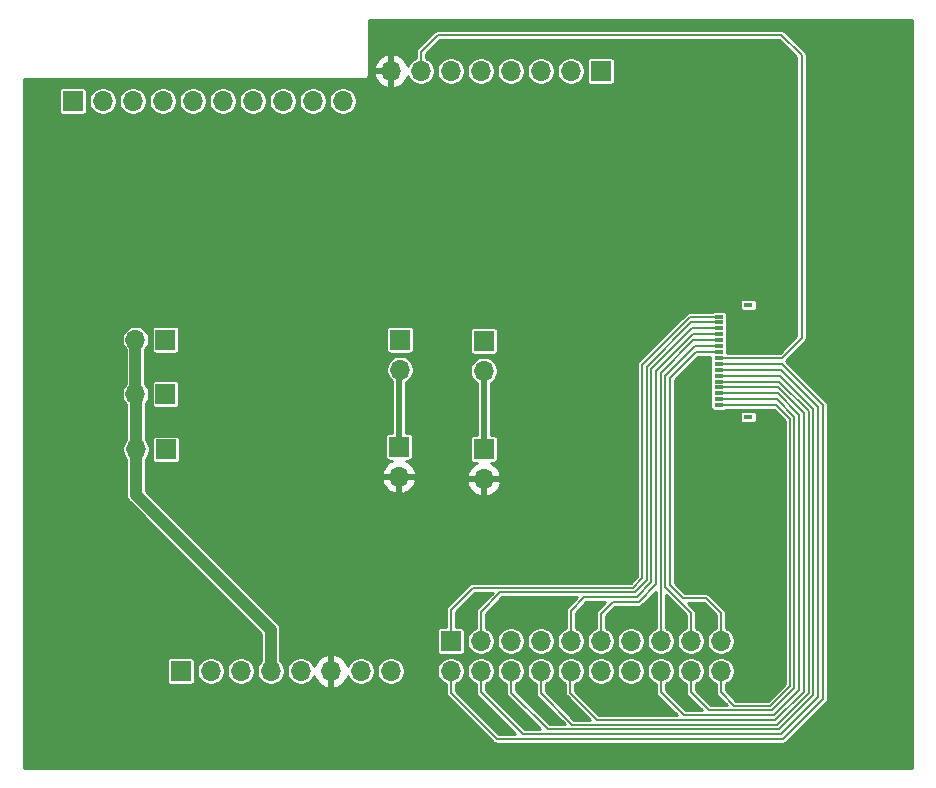
<source format=gtl>
G04 #@! TF.GenerationSoftware,KiCad,Pcbnew,(5.1.10)-1*
G04 #@! TF.CreationDate,2022-01-31T14:32:23+01:00*
G04 #@! TF.ProjectId,psoc_shield,70736f63-5f73-4686-9965-6c642e6b6963,rev?*
G04 #@! TF.SameCoordinates,Original*
G04 #@! TF.FileFunction,Copper,L1,Top*
G04 #@! TF.FilePolarity,Positive*
%FSLAX46Y46*%
G04 Gerber Fmt 4.6, Leading zero omitted, Abs format (unit mm)*
G04 Created by KiCad (PCBNEW (5.1.10)-1) date 2022-01-31 14:32:23*
%MOMM*%
%LPD*%
G01*
G04 APERTURE LIST*
G04 #@! TA.AperFunction,ComponentPad*
%ADD10O,1.700000X1.700000*%
G04 #@! TD*
G04 #@! TA.AperFunction,ComponentPad*
%ADD11R,1.700000X1.700000*%
G04 #@! TD*
G04 #@! TA.AperFunction,SMDPad,CuDef*
%ADD12R,0.800000X0.300000*%
G04 #@! TD*
G04 #@! TA.AperFunction,SMDPad,CuDef*
%ADD13R,0.800000X0.400000*%
G04 #@! TD*
G04 #@! TA.AperFunction,Conductor*
%ADD14C,1.000000*%
G04 #@! TD*
G04 #@! TA.AperFunction,Conductor*
%ADD15C,0.200000*%
G04 #@! TD*
G04 #@! TA.AperFunction,Conductor*
%ADD16C,0.500000*%
G04 #@! TD*
G04 #@! TA.AperFunction,Conductor*
%ADD17C,0.254000*%
G04 #@! TD*
G04 #@! TA.AperFunction,Conductor*
%ADD18C,0.100000*%
G04 #@! TD*
G04 APERTURE END LIST*
D10*
X143800000Y-109700000D03*
D11*
X143800000Y-107160000D03*
D10*
X143800000Y-100540000D03*
D11*
X143800000Y-98000000D03*
D10*
X136600000Y-109500000D03*
D11*
X136600000Y-106960000D03*
D10*
X136700000Y-100440000D03*
D11*
X136700000Y-97900000D03*
D12*
X163700000Y-103450000D03*
X163700000Y-102950000D03*
X163700000Y-102450000D03*
X163700000Y-101950000D03*
X163700000Y-101450000D03*
X163700000Y-100950000D03*
X163700000Y-100450000D03*
X163700000Y-99950000D03*
X163700000Y-99450000D03*
X163700000Y-98950000D03*
X163700000Y-98450000D03*
X163700000Y-97950000D03*
X163700000Y-97450000D03*
X163700000Y-96950000D03*
X163700000Y-96450000D03*
X163700000Y-95950000D03*
D13*
X166200000Y-104450000D03*
X166200000Y-94950000D03*
D10*
X114360000Y-107200000D03*
D11*
X116900000Y-107200000D03*
D10*
X114310000Y-102500000D03*
D11*
X116850000Y-102500000D03*
D10*
X114310000Y-97900000D03*
D11*
X116850000Y-97900000D03*
D10*
X135920000Y-75157400D03*
X138460000Y-75157400D03*
X141000000Y-75157400D03*
X143540000Y-75157400D03*
X146080000Y-75157400D03*
X148620000Y-75157400D03*
X151160000Y-75157400D03*
D11*
X153700000Y-75157400D03*
X108996000Y-77705000D03*
D10*
X111536000Y-77705000D03*
X114076000Y-77705000D03*
X116616000Y-77705000D03*
X119156000Y-77705000D03*
X121696000Y-77705000D03*
X124236000Y-77705000D03*
X126776000Y-77705000D03*
X129316000Y-77705000D03*
X131856000Y-77705000D03*
D11*
X118140000Y-125965000D03*
D10*
X120680000Y-125965000D03*
X123220000Y-125965000D03*
X125760000Y-125965000D03*
X128300000Y-125965000D03*
X130840000Y-125965000D03*
X133380000Y-125965000D03*
X135920000Y-125965000D03*
X163860000Y-125965000D03*
X163860000Y-123425000D03*
X161320000Y-125965000D03*
X161320000Y-123425000D03*
X158780000Y-125965000D03*
X158780000Y-123425000D03*
X156240000Y-125965000D03*
X156240000Y-123425000D03*
X153700000Y-125965000D03*
X153700000Y-123425000D03*
X151160000Y-125965000D03*
X151160000Y-123425000D03*
X148620000Y-125965000D03*
X148620000Y-123425000D03*
X146080000Y-125965000D03*
X146080000Y-123425000D03*
X143540000Y-125965000D03*
X143540000Y-123425000D03*
X141000000Y-125965000D03*
D11*
X141000000Y-123425000D03*
D14*
X125760000Y-125965000D02*
X125760000Y-122460000D01*
X125760000Y-122460000D02*
X114360000Y-111060000D01*
X114310000Y-97900000D02*
X114310000Y-102500000D01*
X114360000Y-111060000D02*
X114360000Y-107200000D01*
X114360000Y-102550000D02*
X114310000Y-102500000D01*
X114360000Y-107200000D02*
X114360000Y-102550000D01*
D15*
X163860000Y-127760000D02*
X163860000Y-125965000D01*
X165000000Y-128900000D02*
X163860000Y-127760000D01*
X168000000Y-128900000D02*
X165000000Y-128900000D01*
X169700000Y-127200000D02*
X168000000Y-128900000D01*
X169700000Y-104600000D02*
X169700000Y-127200000D01*
X168550000Y-103450000D02*
X169700000Y-104600000D01*
X163700000Y-103450000D02*
X168550000Y-103450000D01*
X161320000Y-127720000D02*
X161320000Y-125965000D01*
X162900000Y-129300000D02*
X161320000Y-127720000D01*
X168165699Y-129300000D02*
X162900000Y-129300000D01*
X170100010Y-127365689D02*
X168165699Y-129300000D01*
X170100010Y-104434311D02*
X170100010Y-127365689D01*
X168615698Y-102950000D02*
X170100010Y-104434311D01*
X163700000Y-102950000D02*
X168615698Y-102950000D01*
X160750010Y-129700010D02*
X158780000Y-127730000D01*
X158780000Y-127730000D02*
X158780000Y-125965000D01*
X168331388Y-129700010D02*
X160750010Y-129700010D01*
X170500020Y-127531378D02*
X168331388Y-129700010D01*
X170500020Y-104268622D02*
X170500020Y-127531378D01*
X168681397Y-102450000D02*
X170500020Y-104268622D01*
X163700000Y-102450000D02*
X168681397Y-102450000D01*
X151100000Y-126025000D02*
X151160000Y-125965000D01*
X151100000Y-127800000D02*
X151100000Y-126025000D01*
X168497077Y-130100020D02*
X153400020Y-130100020D01*
X170900030Y-127697067D02*
X168497077Y-130100020D01*
X170900030Y-104102933D02*
X170900030Y-127697067D01*
X153400020Y-130100020D02*
X151100000Y-127800000D01*
X168747097Y-101950000D02*
X170900030Y-104102933D01*
X163700000Y-101950000D02*
X168747097Y-101950000D01*
X171300040Y-127862756D02*
X168662766Y-130500030D01*
X148620000Y-127820000D02*
X148620000Y-125965000D01*
X171300040Y-103937244D02*
X171300040Y-127862756D01*
X168812795Y-101450000D02*
X171300040Y-103937244D01*
X151300030Y-130500030D02*
X148620000Y-127820000D01*
X168662766Y-130500030D02*
X151300030Y-130500030D01*
X163700000Y-101450000D02*
X168812795Y-101450000D01*
X146080000Y-127780000D02*
X146080000Y-125965000D01*
X149200040Y-130900040D02*
X146080000Y-127780000D01*
X168828455Y-130900040D02*
X149200040Y-130900040D01*
X171700050Y-103771555D02*
X171700050Y-128028445D01*
X168878495Y-100950000D02*
X171700050Y-103771555D01*
X171700050Y-128028445D02*
X168828455Y-130900040D01*
X163700000Y-100950000D02*
X168878495Y-100950000D01*
X147100050Y-131300050D02*
X143540000Y-127740000D01*
X168994144Y-131300050D02*
X147100050Y-131300050D01*
X172100060Y-128194134D02*
X168994144Y-131300050D01*
X172100060Y-103605866D02*
X172100060Y-128194134D01*
X143540000Y-127740000D02*
X143540000Y-125965000D01*
X168944194Y-100450000D02*
X172100060Y-103605866D01*
X163700000Y-100450000D02*
X168944194Y-100450000D01*
X138460000Y-73540000D02*
X138460000Y-75157400D01*
X139900000Y-72100000D02*
X138460000Y-73540000D01*
X169000000Y-72100000D02*
X139900000Y-72100000D01*
X170700000Y-73800000D02*
X169000000Y-72100000D01*
X170700000Y-97800000D02*
X170700000Y-73800000D01*
X169050000Y-99450000D02*
X170700000Y-97800000D01*
X163700000Y-99450000D02*
X169050000Y-99450000D01*
X163860000Y-121060000D02*
X163860000Y-123425000D01*
X162600000Y-119800000D02*
X163860000Y-121060000D01*
X160700000Y-119800000D02*
X162600000Y-119800000D01*
X159580021Y-118680021D02*
X160700000Y-119800000D01*
X161750000Y-98950000D02*
X159580021Y-101119979D01*
X159580021Y-101119979D02*
X159580021Y-118680021D01*
X163700000Y-98950000D02*
X161750000Y-98950000D01*
X161300000Y-123405000D02*
X161320000Y-123425000D01*
X161320000Y-121020000D02*
X161320000Y-123425000D01*
X159180010Y-100954290D02*
X159180010Y-118880010D01*
X159180010Y-118880010D02*
X161320000Y-121020000D01*
X161684300Y-98450000D02*
X159180010Y-100954290D01*
X163700000Y-98450000D02*
X161684300Y-98450000D01*
X163700000Y-97950000D02*
X161550000Y-97950000D01*
X158780000Y-100720000D02*
X158780000Y-123425000D01*
X161550000Y-97950000D02*
X158780000Y-100720000D01*
X153700000Y-121100000D02*
X153700000Y-123425000D01*
X154700000Y-120100000D02*
X153700000Y-121100000D01*
X156900000Y-120100000D02*
X154700000Y-120100000D01*
X161484300Y-97450000D02*
X158379990Y-100554311D01*
X158379990Y-118620010D02*
X156900000Y-120100000D01*
X158379990Y-100554311D02*
X158379990Y-118620010D01*
X163700000Y-97450000D02*
X161484300Y-97450000D01*
X151160000Y-120840000D02*
X151160000Y-123425000D01*
X152300010Y-119699990D02*
X151160000Y-120840000D01*
X156734312Y-119699990D02*
X152300010Y-119699990D01*
X157979979Y-118454323D02*
X156734312Y-119699990D01*
X157979979Y-100388622D02*
X157979979Y-118454323D01*
X161418600Y-96950000D02*
X157979979Y-100388622D01*
X163700000Y-96950000D02*
X161418600Y-96950000D01*
X143600000Y-123365000D02*
X143540000Y-123425000D01*
X145200020Y-119299980D02*
X143540000Y-120960000D01*
X143540000Y-120960000D02*
X143540000Y-123425000D01*
X156568624Y-119299980D02*
X145200020Y-119299980D01*
X157579968Y-118288636D02*
X156568624Y-119299980D01*
X161352900Y-96450000D02*
X157579968Y-100222933D01*
X157579968Y-100222933D02*
X157579968Y-118288636D01*
X163700000Y-96450000D02*
X161352900Y-96450000D01*
D16*
X143800000Y-107160000D02*
X143800000Y-100540000D01*
X136600000Y-100540000D02*
X136700000Y-100440000D01*
X136600000Y-106960000D02*
X136600000Y-100540000D01*
D15*
X141000000Y-127800000D02*
X141000000Y-125965000D01*
X144900060Y-131700060D02*
X141000000Y-127800000D01*
X169159833Y-131700060D02*
X144900060Y-131700060D01*
X172500070Y-128359823D02*
X169159833Y-131700060D01*
X172500070Y-103440177D02*
X172500070Y-128359823D01*
X169009893Y-99950000D02*
X172500070Y-103440177D01*
X163700000Y-99950000D02*
X169009893Y-99950000D01*
X141000000Y-120800000D02*
X141000000Y-123425000D01*
X142900030Y-118899970D02*
X141000000Y-120800000D01*
X156400030Y-118899970D02*
X142900030Y-118899970D01*
X157179957Y-118120043D02*
X156400030Y-118899970D01*
X157179957Y-100057244D02*
X157179957Y-118120043D01*
X161287200Y-95950000D02*
X157179957Y-100057244D01*
X163700000Y-95950000D02*
X161287200Y-95950000D01*
D17*
X180048000Y-134148000D02*
X104852000Y-134148000D01*
X104852000Y-125115000D01*
X116961418Y-125115000D01*
X116961418Y-126815000D01*
X116967732Y-126879103D01*
X116986430Y-126940743D01*
X117016794Y-126997550D01*
X117057657Y-127047343D01*
X117107450Y-127088206D01*
X117164257Y-127118570D01*
X117225897Y-127137268D01*
X117290000Y-127143582D01*
X118990000Y-127143582D01*
X119054103Y-127137268D01*
X119115743Y-127118570D01*
X119172550Y-127088206D01*
X119222343Y-127047343D01*
X119263206Y-126997550D01*
X119293570Y-126940743D01*
X119312268Y-126879103D01*
X119318582Y-126815000D01*
X119318582Y-125849076D01*
X119503000Y-125849076D01*
X119503000Y-126080924D01*
X119548231Y-126308318D01*
X119636956Y-126522519D01*
X119765764Y-126715294D01*
X119929706Y-126879236D01*
X120122481Y-127008044D01*
X120336682Y-127096769D01*
X120564076Y-127142000D01*
X120795924Y-127142000D01*
X121023318Y-127096769D01*
X121237519Y-127008044D01*
X121430294Y-126879236D01*
X121594236Y-126715294D01*
X121723044Y-126522519D01*
X121811769Y-126308318D01*
X121857000Y-126080924D01*
X121857000Y-125849076D01*
X122043000Y-125849076D01*
X122043000Y-126080924D01*
X122088231Y-126308318D01*
X122176956Y-126522519D01*
X122305764Y-126715294D01*
X122469706Y-126879236D01*
X122662481Y-127008044D01*
X122876682Y-127096769D01*
X123104076Y-127142000D01*
X123335924Y-127142000D01*
X123563318Y-127096769D01*
X123777519Y-127008044D01*
X123970294Y-126879236D01*
X124134236Y-126715294D01*
X124263044Y-126522519D01*
X124351769Y-126308318D01*
X124397000Y-126080924D01*
X124397000Y-125849076D01*
X124351769Y-125621682D01*
X124263044Y-125407481D01*
X124134236Y-125214706D01*
X123970294Y-125050764D01*
X123777519Y-124921956D01*
X123563318Y-124833231D01*
X123335924Y-124788000D01*
X123104076Y-124788000D01*
X122876682Y-124833231D01*
X122662481Y-124921956D01*
X122469706Y-125050764D01*
X122305764Y-125214706D01*
X122176956Y-125407481D01*
X122088231Y-125621682D01*
X122043000Y-125849076D01*
X121857000Y-125849076D01*
X121811769Y-125621682D01*
X121723044Y-125407481D01*
X121594236Y-125214706D01*
X121430294Y-125050764D01*
X121237519Y-124921956D01*
X121023318Y-124833231D01*
X120795924Y-124788000D01*
X120564076Y-124788000D01*
X120336682Y-124833231D01*
X120122481Y-124921956D01*
X119929706Y-125050764D01*
X119765764Y-125214706D01*
X119636956Y-125407481D01*
X119548231Y-125621682D01*
X119503000Y-125849076D01*
X119318582Y-125849076D01*
X119318582Y-125115000D01*
X119312268Y-125050897D01*
X119293570Y-124989257D01*
X119263206Y-124932450D01*
X119222343Y-124882657D01*
X119172550Y-124841794D01*
X119115743Y-124811430D01*
X119054103Y-124792732D01*
X118990000Y-124786418D01*
X117290000Y-124786418D01*
X117225897Y-124792732D01*
X117164257Y-124811430D01*
X117107450Y-124841794D01*
X117057657Y-124882657D01*
X117016794Y-124932450D01*
X116986430Y-124989257D01*
X116967732Y-125050897D01*
X116961418Y-125115000D01*
X104852000Y-125115000D01*
X104852000Y-97784076D01*
X113133000Y-97784076D01*
X113133000Y-98015924D01*
X113178231Y-98243318D01*
X113266956Y-98457519D01*
X113395764Y-98650294D01*
X113483000Y-98737530D01*
X113483001Y-101662469D01*
X113395764Y-101749706D01*
X113266956Y-101942481D01*
X113178231Y-102156682D01*
X113133000Y-102384076D01*
X113133000Y-102615924D01*
X113178231Y-102843318D01*
X113266956Y-103057519D01*
X113395764Y-103250294D01*
X113533001Y-103387531D01*
X113533000Y-106362470D01*
X113445764Y-106449706D01*
X113316956Y-106642481D01*
X113228231Y-106856682D01*
X113183000Y-107084076D01*
X113183000Y-107315924D01*
X113228231Y-107543318D01*
X113316956Y-107757519D01*
X113445764Y-107950294D01*
X113533001Y-108037531D01*
X113533000Y-111019386D01*
X113529000Y-111060000D01*
X113533000Y-111100614D01*
X113533000Y-111100623D01*
X113544966Y-111222119D01*
X113592255Y-111378009D01*
X113592256Y-111378010D01*
X113669048Y-111521679D01*
X113720725Y-111584647D01*
X113772394Y-111647606D01*
X113803952Y-111673505D01*
X124933001Y-122802556D01*
X124933000Y-125127470D01*
X124845764Y-125214706D01*
X124716956Y-125407481D01*
X124628231Y-125621682D01*
X124583000Y-125849076D01*
X124583000Y-126080924D01*
X124628231Y-126308318D01*
X124716956Y-126522519D01*
X124845764Y-126715294D01*
X125009706Y-126879236D01*
X125202481Y-127008044D01*
X125416682Y-127096769D01*
X125644076Y-127142000D01*
X125875924Y-127142000D01*
X126103318Y-127096769D01*
X126317519Y-127008044D01*
X126510294Y-126879236D01*
X126674236Y-126715294D01*
X126803044Y-126522519D01*
X126891769Y-126308318D01*
X126937000Y-126080924D01*
X126937000Y-125849076D01*
X127123000Y-125849076D01*
X127123000Y-126080924D01*
X127168231Y-126308318D01*
X127256956Y-126522519D01*
X127385764Y-126715294D01*
X127549706Y-126879236D01*
X127742481Y-127008044D01*
X127956682Y-127096769D01*
X128184076Y-127142000D01*
X128415924Y-127142000D01*
X128643318Y-127096769D01*
X128857519Y-127008044D01*
X129050294Y-126879236D01*
X129214236Y-126715294D01*
X129343044Y-126522519D01*
X129411264Y-126357821D01*
X129495843Y-126596252D01*
X129644822Y-126846355D01*
X129839731Y-127062588D01*
X130073080Y-127236641D01*
X130335901Y-127361825D01*
X130483110Y-127406476D01*
X130713000Y-127285155D01*
X130713000Y-126092000D01*
X130693000Y-126092000D01*
X130693000Y-125838000D01*
X130713000Y-125838000D01*
X130713000Y-124644845D01*
X130967000Y-124644845D01*
X130967000Y-125838000D01*
X130987000Y-125838000D01*
X130987000Y-126092000D01*
X130967000Y-126092000D01*
X130967000Y-127285155D01*
X131196890Y-127406476D01*
X131344099Y-127361825D01*
X131606920Y-127236641D01*
X131840269Y-127062588D01*
X132035178Y-126846355D01*
X132184157Y-126596252D01*
X132268736Y-126357821D01*
X132336956Y-126522519D01*
X132465764Y-126715294D01*
X132629706Y-126879236D01*
X132822481Y-127008044D01*
X133036682Y-127096769D01*
X133264076Y-127142000D01*
X133495924Y-127142000D01*
X133723318Y-127096769D01*
X133937519Y-127008044D01*
X134130294Y-126879236D01*
X134294236Y-126715294D01*
X134423044Y-126522519D01*
X134511769Y-126308318D01*
X134557000Y-126080924D01*
X134557000Y-125849076D01*
X134743000Y-125849076D01*
X134743000Y-126080924D01*
X134788231Y-126308318D01*
X134876956Y-126522519D01*
X135005764Y-126715294D01*
X135169706Y-126879236D01*
X135362481Y-127008044D01*
X135576682Y-127096769D01*
X135804076Y-127142000D01*
X136035924Y-127142000D01*
X136263318Y-127096769D01*
X136477519Y-127008044D01*
X136670294Y-126879236D01*
X136834236Y-126715294D01*
X136963044Y-126522519D01*
X137051769Y-126308318D01*
X137097000Y-126080924D01*
X137097000Y-125849076D01*
X137051769Y-125621682D01*
X136963044Y-125407481D01*
X136834236Y-125214706D01*
X136670294Y-125050764D01*
X136477519Y-124921956D01*
X136263318Y-124833231D01*
X136035924Y-124788000D01*
X135804076Y-124788000D01*
X135576682Y-124833231D01*
X135362481Y-124921956D01*
X135169706Y-125050764D01*
X135005764Y-125214706D01*
X134876956Y-125407481D01*
X134788231Y-125621682D01*
X134743000Y-125849076D01*
X134557000Y-125849076D01*
X134511769Y-125621682D01*
X134423044Y-125407481D01*
X134294236Y-125214706D01*
X134130294Y-125050764D01*
X133937519Y-124921956D01*
X133723318Y-124833231D01*
X133495924Y-124788000D01*
X133264076Y-124788000D01*
X133036682Y-124833231D01*
X132822481Y-124921956D01*
X132629706Y-125050764D01*
X132465764Y-125214706D01*
X132336956Y-125407481D01*
X132268736Y-125572179D01*
X132184157Y-125333748D01*
X132035178Y-125083645D01*
X131840269Y-124867412D01*
X131606920Y-124693359D01*
X131344099Y-124568175D01*
X131196890Y-124523524D01*
X130967000Y-124644845D01*
X130713000Y-124644845D01*
X130483110Y-124523524D01*
X130335901Y-124568175D01*
X130073080Y-124693359D01*
X129839731Y-124867412D01*
X129644822Y-125083645D01*
X129495843Y-125333748D01*
X129411264Y-125572179D01*
X129343044Y-125407481D01*
X129214236Y-125214706D01*
X129050294Y-125050764D01*
X128857519Y-124921956D01*
X128643318Y-124833231D01*
X128415924Y-124788000D01*
X128184076Y-124788000D01*
X127956682Y-124833231D01*
X127742481Y-124921956D01*
X127549706Y-125050764D01*
X127385764Y-125214706D01*
X127256956Y-125407481D01*
X127168231Y-125621682D01*
X127123000Y-125849076D01*
X126937000Y-125849076D01*
X126891769Y-125621682D01*
X126803044Y-125407481D01*
X126674236Y-125214706D01*
X126587000Y-125127470D01*
X126587000Y-122500614D01*
X126591000Y-122460000D01*
X126587000Y-122419386D01*
X126587000Y-122419376D01*
X126575034Y-122297880D01*
X126527745Y-122141990D01*
X126491998Y-122075113D01*
X126450952Y-121998320D01*
X126373503Y-121903948D01*
X126373496Y-121903941D01*
X126347606Y-121872394D01*
X126316059Y-121846504D01*
X115187000Y-110717447D01*
X115187000Y-109856890D01*
X135158524Y-109856890D01*
X135203175Y-110004099D01*
X135328359Y-110266920D01*
X135502412Y-110500269D01*
X135718645Y-110695178D01*
X135968748Y-110844157D01*
X136243109Y-110941481D01*
X136473000Y-110820814D01*
X136473000Y-109627000D01*
X136727000Y-109627000D01*
X136727000Y-110820814D01*
X136956891Y-110941481D01*
X137231252Y-110844157D01*
X137481355Y-110695178D01*
X137697588Y-110500269D01*
X137871641Y-110266920D01*
X137971680Y-110056890D01*
X142358524Y-110056890D01*
X142403175Y-110204099D01*
X142528359Y-110466920D01*
X142702412Y-110700269D01*
X142918645Y-110895178D01*
X143168748Y-111044157D01*
X143443109Y-111141481D01*
X143673000Y-111020814D01*
X143673000Y-109827000D01*
X143927000Y-109827000D01*
X143927000Y-111020814D01*
X144156891Y-111141481D01*
X144431252Y-111044157D01*
X144681355Y-110895178D01*
X144897588Y-110700269D01*
X145071641Y-110466920D01*
X145196825Y-110204099D01*
X145241476Y-110056890D01*
X145120155Y-109827000D01*
X143927000Y-109827000D01*
X143673000Y-109827000D01*
X142479845Y-109827000D01*
X142358524Y-110056890D01*
X137971680Y-110056890D01*
X137996825Y-110004099D01*
X138041476Y-109856890D01*
X137920155Y-109627000D01*
X136727000Y-109627000D01*
X136473000Y-109627000D01*
X135279845Y-109627000D01*
X135158524Y-109856890D01*
X115187000Y-109856890D01*
X115187000Y-109143110D01*
X135158524Y-109143110D01*
X135279845Y-109373000D01*
X136473000Y-109373000D01*
X136473000Y-109353000D01*
X136727000Y-109353000D01*
X136727000Y-109373000D01*
X137920155Y-109373000D01*
X137935928Y-109343110D01*
X142358524Y-109343110D01*
X142479845Y-109573000D01*
X143673000Y-109573000D01*
X143673000Y-109553000D01*
X143927000Y-109553000D01*
X143927000Y-109573000D01*
X145120155Y-109573000D01*
X145241476Y-109343110D01*
X145196825Y-109195901D01*
X145071641Y-108933080D01*
X144897588Y-108699731D01*
X144681355Y-108504822D01*
X144431252Y-108355843D01*
X144382592Y-108338582D01*
X144650000Y-108338582D01*
X144714103Y-108332268D01*
X144775743Y-108313570D01*
X144832550Y-108283206D01*
X144882343Y-108242343D01*
X144923206Y-108192550D01*
X144953570Y-108135743D01*
X144972268Y-108074103D01*
X144978582Y-108010000D01*
X144978582Y-106310000D01*
X144972268Y-106245897D01*
X144953570Y-106184257D01*
X144923206Y-106127450D01*
X144882343Y-106077657D01*
X144832550Y-106036794D01*
X144775743Y-106006430D01*
X144714103Y-105987732D01*
X144650000Y-105981418D01*
X144377000Y-105981418D01*
X144377000Y-101570027D01*
X144550294Y-101454236D01*
X144714236Y-101290294D01*
X144843044Y-101097519D01*
X144931769Y-100883318D01*
X144977000Y-100655924D01*
X144977000Y-100424076D01*
X144931769Y-100196682D01*
X144843044Y-99982481D01*
X144714236Y-99789706D01*
X144550294Y-99625764D01*
X144357519Y-99496956D01*
X144143318Y-99408231D01*
X143915924Y-99363000D01*
X143684076Y-99363000D01*
X143456682Y-99408231D01*
X143242481Y-99496956D01*
X143049706Y-99625764D01*
X142885764Y-99789706D01*
X142756956Y-99982481D01*
X142668231Y-100196682D01*
X142623000Y-100424076D01*
X142623000Y-100655924D01*
X142668231Y-100883318D01*
X142756956Y-101097519D01*
X142885764Y-101290294D01*
X143049706Y-101454236D01*
X143223001Y-101570028D01*
X143223000Y-105981418D01*
X142950000Y-105981418D01*
X142885897Y-105987732D01*
X142824257Y-106006430D01*
X142767450Y-106036794D01*
X142717657Y-106077657D01*
X142676794Y-106127450D01*
X142646430Y-106184257D01*
X142627732Y-106245897D01*
X142621418Y-106310000D01*
X142621418Y-108010000D01*
X142627732Y-108074103D01*
X142646430Y-108135743D01*
X142676794Y-108192550D01*
X142717657Y-108242343D01*
X142767450Y-108283206D01*
X142824257Y-108313570D01*
X142885897Y-108332268D01*
X142950000Y-108338582D01*
X143217408Y-108338582D01*
X143168748Y-108355843D01*
X142918645Y-108504822D01*
X142702412Y-108699731D01*
X142528359Y-108933080D01*
X142403175Y-109195901D01*
X142358524Y-109343110D01*
X137935928Y-109343110D01*
X138041476Y-109143110D01*
X137996825Y-108995901D01*
X137871641Y-108733080D01*
X137697588Y-108499731D01*
X137481355Y-108304822D01*
X137231252Y-108155843D01*
X137182592Y-108138582D01*
X137450000Y-108138582D01*
X137514103Y-108132268D01*
X137575743Y-108113570D01*
X137632550Y-108083206D01*
X137682343Y-108042343D01*
X137723206Y-107992550D01*
X137753570Y-107935743D01*
X137772268Y-107874103D01*
X137778582Y-107810000D01*
X137778582Y-106110000D01*
X137772268Y-106045897D01*
X137753570Y-105984257D01*
X137723206Y-105927450D01*
X137682343Y-105877657D01*
X137632550Y-105836794D01*
X137575743Y-105806430D01*
X137514103Y-105787732D01*
X137450000Y-105781418D01*
X137177000Y-105781418D01*
X137177000Y-101516396D01*
X137257519Y-101483044D01*
X137450294Y-101354236D01*
X137614236Y-101190294D01*
X137743044Y-100997519D01*
X137831769Y-100783318D01*
X137877000Y-100555924D01*
X137877000Y-100324076D01*
X137831769Y-100096682D01*
X137743044Y-99882481D01*
X137614236Y-99689706D01*
X137450294Y-99525764D01*
X137257519Y-99396956D01*
X137043318Y-99308231D01*
X136815924Y-99263000D01*
X136584076Y-99263000D01*
X136356682Y-99308231D01*
X136142481Y-99396956D01*
X135949706Y-99525764D01*
X135785764Y-99689706D01*
X135656956Y-99882481D01*
X135568231Y-100096682D01*
X135523000Y-100324076D01*
X135523000Y-100555924D01*
X135568231Y-100783318D01*
X135656956Y-100997519D01*
X135785764Y-101190294D01*
X135949706Y-101354236D01*
X136023001Y-101403210D01*
X136023000Y-105781418D01*
X135750000Y-105781418D01*
X135685897Y-105787732D01*
X135624257Y-105806430D01*
X135567450Y-105836794D01*
X135517657Y-105877657D01*
X135476794Y-105927450D01*
X135446430Y-105984257D01*
X135427732Y-106045897D01*
X135421418Y-106110000D01*
X135421418Y-107810000D01*
X135427732Y-107874103D01*
X135446430Y-107935743D01*
X135476794Y-107992550D01*
X135517657Y-108042343D01*
X135567450Y-108083206D01*
X135624257Y-108113570D01*
X135685897Y-108132268D01*
X135750000Y-108138582D01*
X136017408Y-108138582D01*
X135968748Y-108155843D01*
X135718645Y-108304822D01*
X135502412Y-108499731D01*
X135328359Y-108733080D01*
X135203175Y-108995901D01*
X135158524Y-109143110D01*
X115187000Y-109143110D01*
X115187000Y-108037530D01*
X115274236Y-107950294D01*
X115403044Y-107757519D01*
X115491769Y-107543318D01*
X115537000Y-107315924D01*
X115537000Y-107084076D01*
X115491769Y-106856682D01*
X115403044Y-106642481D01*
X115274236Y-106449706D01*
X115187000Y-106362470D01*
X115187000Y-106350000D01*
X115721418Y-106350000D01*
X115721418Y-108050000D01*
X115727732Y-108114103D01*
X115746430Y-108175743D01*
X115776794Y-108232550D01*
X115817657Y-108282343D01*
X115867450Y-108323206D01*
X115924257Y-108353570D01*
X115985897Y-108372268D01*
X116050000Y-108378582D01*
X117750000Y-108378582D01*
X117814103Y-108372268D01*
X117875743Y-108353570D01*
X117932550Y-108323206D01*
X117982343Y-108282343D01*
X118023206Y-108232550D01*
X118053570Y-108175743D01*
X118072268Y-108114103D01*
X118078582Y-108050000D01*
X118078582Y-106350000D01*
X118072268Y-106285897D01*
X118053570Y-106224257D01*
X118023206Y-106167450D01*
X117982343Y-106117657D01*
X117932550Y-106076794D01*
X117875743Y-106046430D01*
X117814103Y-106027732D01*
X117750000Y-106021418D01*
X116050000Y-106021418D01*
X115985897Y-106027732D01*
X115924257Y-106046430D01*
X115867450Y-106076794D01*
X115817657Y-106117657D01*
X115776794Y-106167450D01*
X115746430Y-106224257D01*
X115727732Y-106285897D01*
X115721418Y-106350000D01*
X115187000Y-106350000D01*
X115187000Y-103287530D01*
X115224236Y-103250294D01*
X115353044Y-103057519D01*
X115441769Y-102843318D01*
X115487000Y-102615924D01*
X115487000Y-102384076D01*
X115441769Y-102156682D01*
X115353044Y-101942481D01*
X115224236Y-101749706D01*
X115137000Y-101662470D01*
X115137000Y-101650000D01*
X115671418Y-101650000D01*
X115671418Y-103350000D01*
X115677732Y-103414103D01*
X115696430Y-103475743D01*
X115726794Y-103532550D01*
X115767657Y-103582343D01*
X115817450Y-103623206D01*
X115874257Y-103653570D01*
X115935897Y-103672268D01*
X116000000Y-103678582D01*
X117700000Y-103678582D01*
X117764103Y-103672268D01*
X117825743Y-103653570D01*
X117882550Y-103623206D01*
X117932343Y-103582343D01*
X117973206Y-103532550D01*
X118003570Y-103475743D01*
X118022268Y-103414103D01*
X118028582Y-103350000D01*
X118028582Y-101650000D01*
X118022268Y-101585897D01*
X118003570Y-101524257D01*
X117973206Y-101467450D01*
X117932343Y-101417657D01*
X117882550Y-101376794D01*
X117825743Y-101346430D01*
X117764103Y-101327732D01*
X117700000Y-101321418D01*
X116000000Y-101321418D01*
X115935897Y-101327732D01*
X115874257Y-101346430D01*
X115817450Y-101376794D01*
X115767657Y-101417657D01*
X115726794Y-101467450D01*
X115696430Y-101524257D01*
X115677732Y-101585897D01*
X115671418Y-101650000D01*
X115137000Y-101650000D01*
X115137000Y-98737530D01*
X115224236Y-98650294D01*
X115353044Y-98457519D01*
X115441769Y-98243318D01*
X115487000Y-98015924D01*
X115487000Y-97784076D01*
X115441769Y-97556682D01*
X115353044Y-97342481D01*
X115224236Y-97149706D01*
X115124530Y-97050000D01*
X115671418Y-97050000D01*
X115671418Y-98750000D01*
X115677732Y-98814103D01*
X115696430Y-98875743D01*
X115726794Y-98932550D01*
X115767657Y-98982343D01*
X115817450Y-99023206D01*
X115874257Y-99053570D01*
X115935897Y-99072268D01*
X116000000Y-99078582D01*
X117700000Y-99078582D01*
X117764103Y-99072268D01*
X117825743Y-99053570D01*
X117882550Y-99023206D01*
X117932343Y-98982343D01*
X117973206Y-98932550D01*
X118003570Y-98875743D01*
X118022268Y-98814103D01*
X118028582Y-98750000D01*
X118028582Y-97050000D01*
X135521418Y-97050000D01*
X135521418Y-98750000D01*
X135527732Y-98814103D01*
X135546430Y-98875743D01*
X135576794Y-98932550D01*
X135617657Y-98982343D01*
X135667450Y-99023206D01*
X135724257Y-99053570D01*
X135785897Y-99072268D01*
X135850000Y-99078582D01*
X137550000Y-99078582D01*
X137614103Y-99072268D01*
X137675743Y-99053570D01*
X137732550Y-99023206D01*
X137782343Y-98982343D01*
X137823206Y-98932550D01*
X137853570Y-98875743D01*
X137872268Y-98814103D01*
X137878582Y-98750000D01*
X137878582Y-97150000D01*
X142621418Y-97150000D01*
X142621418Y-98850000D01*
X142627732Y-98914103D01*
X142646430Y-98975743D01*
X142676794Y-99032550D01*
X142717657Y-99082343D01*
X142767450Y-99123206D01*
X142824257Y-99153570D01*
X142885897Y-99172268D01*
X142950000Y-99178582D01*
X144650000Y-99178582D01*
X144714103Y-99172268D01*
X144775743Y-99153570D01*
X144832550Y-99123206D01*
X144882343Y-99082343D01*
X144923206Y-99032550D01*
X144953570Y-98975743D01*
X144972268Y-98914103D01*
X144978582Y-98850000D01*
X144978582Y-97150000D01*
X144972268Y-97085897D01*
X144953570Y-97024257D01*
X144923206Y-96967450D01*
X144882343Y-96917657D01*
X144832550Y-96876794D01*
X144775743Y-96846430D01*
X144714103Y-96827732D01*
X144650000Y-96821418D01*
X142950000Y-96821418D01*
X142885897Y-96827732D01*
X142824257Y-96846430D01*
X142767450Y-96876794D01*
X142717657Y-96917657D01*
X142676794Y-96967450D01*
X142646430Y-97024257D01*
X142627732Y-97085897D01*
X142621418Y-97150000D01*
X137878582Y-97150000D01*
X137878582Y-97050000D01*
X137872268Y-96985897D01*
X137853570Y-96924257D01*
X137823206Y-96867450D01*
X137782343Y-96817657D01*
X137732550Y-96776794D01*
X137675743Y-96746430D01*
X137614103Y-96727732D01*
X137550000Y-96721418D01*
X135850000Y-96721418D01*
X135785897Y-96727732D01*
X135724257Y-96746430D01*
X135667450Y-96776794D01*
X135617657Y-96817657D01*
X135576794Y-96867450D01*
X135546430Y-96924257D01*
X135527732Y-96985897D01*
X135521418Y-97050000D01*
X118028582Y-97050000D01*
X118022268Y-96985897D01*
X118003570Y-96924257D01*
X117973206Y-96867450D01*
X117932343Y-96817657D01*
X117882550Y-96776794D01*
X117825743Y-96746430D01*
X117764103Y-96727732D01*
X117700000Y-96721418D01*
X116000000Y-96721418D01*
X115935897Y-96727732D01*
X115874257Y-96746430D01*
X115817450Y-96776794D01*
X115767657Y-96817657D01*
X115726794Y-96867450D01*
X115696430Y-96924257D01*
X115677732Y-96985897D01*
X115671418Y-97050000D01*
X115124530Y-97050000D01*
X115060294Y-96985764D01*
X114867519Y-96856956D01*
X114653318Y-96768231D01*
X114425924Y-96723000D01*
X114194076Y-96723000D01*
X113966682Y-96768231D01*
X113752481Y-96856956D01*
X113559706Y-96985764D01*
X113395764Y-97149706D01*
X113266956Y-97342481D01*
X113178231Y-97556682D01*
X113133000Y-97784076D01*
X104852000Y-97784076D01*
X104852000Y-94750000D01*
X165471418Y-94750000D01*
X165471418Y-95150000D01*
X165477732Y-95214103D01*
X165496430Y-95275743D01*
X165526794Y-95332550D01*
X165567657Y-95382343D01*
X165617450Y-95423206D01*
X165674257Y-95453570D01*
X165735897Y-95472268D01*
X165800000Y-95478582D01*
X166600000Y-95478582D01*
X166664103Y-95472268D01*
X166725743Y-95453570D01*
X166782550Y-95423206D01*
X166832343Y-95382343D01*
X166873206Y-95332550D01*
X166903570Y-95275743D01*
X166922268Y-95214103D01*
X166928582Y-95150000D01*
X166928582Y-94750000D01*
X166922268Y-94685897D01*
X166903570Y-94624257D01*
X166873206Y-94567450D01*
X166832343Y-94517657D01*
X166782550Y-94476794D01*
X166725743Y-94446430D01*
X166664103Y-94427732D01*
X166600000Y-94421418D01*
X165800000Y-94421418D01*
X165735897Y-94427732D01*
X165674257Y-94446430D01*
X165617450Y-94476794D01*
X165567657Y-94517657D01*
X165526794Y-94567450D01*
X165496430Y-94624257D01*
X165477732Y-94685897D01*
X165471418Y-94750000D01*
X104852000Y-94750000D01*
X104852000Y-76855000D01*
X107817418Y-76855000D01*
X107817418Y-78555000D01*
X107823732Y-78619103D01*
X107842430Y-78680743D01*
X107872794Y-78737550D01*
X107913657Y-78787343D01*
X107963450Y-78828206D01*
X108020257Y-78858570D01*
X108081897Y-78877268D01*
X108146000Y-78883582D01*
X109846000Y-78883582D01*
X109910103Y-78877268D01*
X109971743Y-78858570D01*
X110028550Y-78828206D01*
X110078343Y-78787343D01*
X110119206Y-78737550D01*
X110149570Y-78680743D01*
X110168268Y-78619103D01*
X110174582Y-78555000D01*
X110174582Y-77589076D01*
X110359000Y-77589076D01*
X110359000Y-77820924D01*
X110404231Y-78048318D01*
X110492956Y-78262519D01*
X110621764Y-78455294D01*
X110785706Y-78619236D01*
X110978481Y-78748044D01*
X111192682Y-78836769D01*
X111420076Y-78882000D01*
X111651924Y-78882000D01*
X111879318Y-78836769D01*
X112093519Y-78748044D01*
X112286294Y-78619236D01*
X112450236Y-78455294D01*
X112579044Y-78262519D01*
X112667769Y-78048318D01*
X112713000Y-77820924D01*
X112713000Y-77589076D01*
X112899000Y-77589076D01*
X112899000Y-77820924D01*
X112944231Y-78048318D01*
X113032956Y-78262519D01*
X113161764Y-78455294D01*
X113325706Y-78619236D01*
X113518481Y-78748044D01*
X113732682Y-78836769D01*
X113960076Y-78882000D01*
X114191924Y-78882000D01*
X114419318Y-78836769D01*
X114633519Y-78748044D01*
X114826294Y-78619236D01*
X114990236Y-78455294D01*
X115119044Y-78262519D01*
X115207769Y-78048318D01*
X115253000Y-77820924D01*
X115253000Y-77589076D01*
X115439000Y-77589076D01*
X115439000Y-77820924D01*
X115484231Y-78048318D01*
X115572956Y-78262519D01*
X115701764Y-78455294D01*
X115865706Y-78619236D01*
X116058481Y-78748044D01*
X116272682Y-78836769D01*
X116500076Y-78882000D01*
X116731924Y-78882000D01*
X116959318Y-78836769D01*
X117173519Y-78748044D01*
X117366294Y-78619236D01*
X117530236Y-78455294D01*
X117659044Y-78262519D01*
X117747769Y-78048318D01*
X117793000Y-77820924D01*
X117793000Y-77589076D01*
X117979000Y-77589076D01*
X117979000Y-77820924D01*
X118024231Y-78048318D01*
X118112956Y-78262519D01*
X118241764Y-78455294D01*
X118405706Y-78619236D01*
X118598481Y-78748044D01*
X118812682Y-78836769D01*
X119040076Y-78882000D01*
X119271924Y-78882000D01*
X119499318Y-78836769D01*
X119713519Y-78748044D01*
X119906294Y-78619236D01*
X120070236Y-78455294D01*
X120199044Y-78262519D01*
X120287769Y-78048318D01*
X120333000Y-77820924D01*
X120333000Y-77589076D01*
X120519000Y-77589076D01*
X120519000Y-77820924D01*
X120564231Y-78048318D01*
X120652956Y-78262519D01*
X120781764Y-78455294D01*
X120945706Y-78619236D01*
X121138481Y-78748044D01*
X121352682Y-78836769D01*
X121580076Y-78882000D01*
X121811924Y-78882000D01*
X122039318Y-78836769D01*
X122253519Y-78748044D01*
X122446294Y-78619236D01*
X122610236Y-78455294D01*
X122739044Y-78262519D01*
X122827769Y-78048318D01*
X122873000Y-77820924D01*
X122873000Y-77589076D01*
X123059000Y-77589076D01*
X123059000Y-77820924D01*
X123104231Y-78048318D01*
X123192956Y-78262519D01*
X123321764Y-78455294D01*
X123485706Y-78619236D01*
X123678481Y-78748044D01*
X123892682Y-78836769D01*
X124120076Y-78882000D01*
X124351924Y-78882000D01*
X124579318Y-78836769D01*
X124793519Y-78748044D01*
X124986294Y-78619236D01*
X125150236Y-78455294D01*
X125279044Y-78262519D01*
X125367769Y-78048318D01*
X125413000Y-77820924D01*
X125413000Y-77589076D01*
X125599000Y-77589076D01*
X125599000Y-77820924D01*
X125644231Y-78048318D01*
X125732956Y-78262519D01*
X125861764Y-78455294D01*
X126025706Y-78619236D01*
X126218481Y-78748044D01*
X126432682Y-78836769D01*
X126660076Y-78882000D01*
X126891924Y-78882000D01*
X127119318Y-78836769D01*
X127333519Y-78748044D01*
X127526294Y-78619236D01*
X127690236Y-78455294D01*
X127819044Y-78262519D01*
X127907769Y-78048318D01*
X127953000Y-77820924D01*
X127953000Y-77589076D01*
X128139000Y-77589076D01*
X128139000Y-77820924D01*
X128184231Y-78048318D01*
X128272956Y-78262519D01*
X128401764Y-78455294D01*
X128565706Y-78619236D01*
X128758481Y-78748044D01*
X128972682Y-78836769D01*
X129200076Y-78882000D01*
X129431924Y-78882000D01*
X129659318Y-78836769D01*
X129873519Y-78748044D01*
X130066294Y-78619236D01*
X130230236Y-78455294D01*
X130359044Y-78262519D01*
X130447769Y-78048318D01*
X130493000Y-77820924D01*
X130493000Y-77589076D01*
X130679000Y-77589076D01*
X130679000Y-77820924D01*
X130724231Y-78048318D01*
X130812956Y-78262519D01*
X130941764Y-78455294D01*
X131105706Y-78619236D01*
X131298481Y-78748044D01*
X131512682Y-78836769D01*
X131740076Y-78882000D01*
X131971924Y-78882000D01*
X132199318Y-78836769D01*
X132413519Y-78748044D01*
X132606294Y-78619236D01*
X132770236Y-78455294D01*
X132899044Y-78262519D01*
X132987769Y-78048318D01*
X133033000Y-77820924D01*
X133033000Y-77589076D01*
X132987769Y-77361682D01*
X132899044Y-77147481D01*
X132770236Y-76954706D01*
X132606294Y-76790764D01*
X132413519Y-76661956D01*
X132199318Y-76573231D01*
X131971924Y-76528000D01*
X131740076Y-76528000D01*
X131512682Y-76573231D01*
X131298481Y-76661956D01*
X131105706Y-76790764D01*
X130941764Y-76954706D01*
X130812956Y-77147481D01*
X130724231Y-77361682D01*
X130679000Y-77589076D01*
X130493000Y-77589076D01*
X130447769Y-77361682D01*
X130359044Y-77147481D01*
X130230236Y-76954706D01*
X130066294Y-76790764D01*
X129873519Y-76661956D01*
X129659318Y-76573231D01*
X129431924Y-76528000D01*
X129200076Y-76528000D01*
X128972682Y-76573231D01*
X128758481Y-76661956D01*
X128565706Y-76790764D01*
X128401764Y-76954706D01*
X128272956Y-77147481D01*
X128184231Y-77361682D01*
X128139000Y-77589076D01*
X127953000Y-77589076D01*
X127907769Y-77361682D01*
X127819044Y-77147481D01*
X127690236Y-76954706D01*
X127526294Y-76790764D01*
X127333519Y-76661956D01*
X127119318Y-76573231D01*
X126891924Y-76528000D01*
X126660076Y-76528000D01*
X126432682Y-76573231D01*
X126218481Y-76661956D01*
X126025706Y-76790764D01*
X125861764Y-76954706D01*
X125732956Y-77147481D01*
X125644231Y-77361682D01*
X125599000Y-77589076D01*
X125413000Y-77589076D01*
X125367769Y-77361682D01*
X125279044Y-77147481D01*
X125150236Y-76954706D01*
X124986294Y-76790764D01*
X124793519Y-76661956D01*
X124579318Y-76573231D01*
X124351924Y-76528000D01*
X124120076Y-76528000D01*
X123892682Y-76573231D01*
X123678481Y-76661956D01*
X123485706Y-76790764D01*
X123321764Y-76954706D01*
X123192956Y-77147481D01*
X123104231Y-77361682D01*
X123059000Y-77589076D01*
X122873000Y-77589076D01*
X122827769Y-77361682D01*
X122739044Y-77147481D01*
X122610236Y-76954706D01*
X122446294Y-76790764D01*
X122253519Y-76661956D01*
X122039318Y-76573231D01*
X121811924Y-76528000D01*
X121580076Y-76528000D01*
X121352682Y-76573231D01*
X121138481Y-76661956D01*
X120945706Y-76790764D01*
X120781764Y-76954706D01*
X120652956Y-77147481D01*
X120564231Y-77361682D01*
X120519000Y-77589076D01*
X120333000Y-77589076D01*
X120287769Y-77361682D01*
X120199044Y-77147481D01*
X120070236Y-76954706D01*
X119906294Y-76790764D01*
X119713519Y-76661956D01*
X119499318Y-76573231D01*
X119271924Y-76528000D01*
X119040076Y-76528000D01*
X118812682Y-76573231D01*
X118598481Y-76661956D01*
X118405706Y-76790764D01*
X118241764Y-76954706D01*
X118112956Y-77147481D01*
X118024231Y-77361682D01*
X117979000Y-77589076D01*
X117793000Y-77589076D01*
X117747769Y-77361682D01*
X117659044Y-77147481D01*
X117530236Y-76954706D01*
X117366294Y-76790764D01*
X117173519Y-76661956D01*
X116959318Y-76573231D01*
X116731924Y-76528000D01*
X116500076Y-76528000D01*
X116272682Y-76573231D01*
X116058481Y-76661956D01*
X115865706Y-76790764D01*
X115701764Y-76954706D01*
X115572956Y-77147481D01*
X115484231Y-77361682D01*
X115439000Y-77589076D01*
X115253000Y-77589076D01*
X115207769Y-77361682D01*
X115119044Y-77147481D01*
X114990236Y-76954706D01*
X114826294Y-76790764D01*
X114633519Y-76661956D01*
X114419318Y-76573231D01*
X114191924Y-76528000D01*
X113960076Y-76528000D01*
X113732682Y-76573231D01*
X113518481Y-76661956D01*
X113325706Y-76790764D01*
X113161764Y-76954706D01*
X113032956Y-77147481D01*
X112944231Y-77361682D01*
X112899000Y-77589076D01*
X112713000Y-77589076D01*
X112667769Y-77361682D01*
X112579044Y-77147481D01*
X112450236Y-76954706D01*
X112286294Y-76790764D01*
X112093519Y-76661956D01*
X111879318Y-76573231D01*
X111651924Y-76528000D01*
X111420076Y-76528000D01*
X111192682Y-76573231D01*
X110978481Y-76661956D01*
X110785706Y-76790764D01*
X110621764Y-76954706D01*
X110492956Y-77147481D01*
X110404231Y-77361682D01*
X110359000Y-77589076D01*
X110174582Y-77589076D01*
X110174582Y-76855000D01*
X110168268Y-76790897D01*
X110149570Y-76729257D01*
X110119206Y-76672450D01*
X110078343Y-76622657D01*
X110028550Y-76581794D01*
X109971743Y-76551430D01*
X109910103Y-76532732D01*
X109846000Y-76526418D01*
X108146000Y-76526418D01*
X108081897Y-76532732D01*
X108020257Y-76551430D01*
X107963450Y-76581794D01*
X107913657Y-76622657D01*
X107872794Y-76672450D01*
X107842430Y-76729257D01*
X107823732Y-76790897D01*
X107817418Y-76855000D01*
X104852000Y-76855000D01*
X104852000Y-75852000D01*
X133682708Y-75852000D01*
X133700000Y-75853703D01*
X133717291Y-75852000D01*
X133717292Y-75852000D01*
X133769004Y-75846907D01*
X133835356Y-75826779D01*
X133896507Y-75794093D01*
X133950106Y-75750106D01*
X133994093Y-75696507D01*
X134026779Y-75635356D01*
X134046907Y-75569004D01*
X134052295Y-75514291D01*
X134478519Y-75514291D01*
X134575843Y-75788652D01*
X134724822Y-76038755D01*
X134919731Y-76254988D01*
X135153080Y-76429041D01*
X135415901Y-76554225D01*
X135563110Y-76598876D01*
X135793000Y-76477555D01*
X135793000Y-75284400D01*
X134599186Y-75284400D01*
X134478519Y-75514291D01*
X134052295Y-75514291D01*
X134053703Y-75500000D01*
X134052000Y-75482708D01*
X134052000Y-74800509D01*
X134478519Y-74800509D01*
X134599186Y-75030400D01*
X135793000Y-75030400D01*
X135793000Y-73837245D01*
X136047000Y-73837245D01*
X136047000Y-75030400D01*
X136067000Y-75030400D01*
X136067000Y-75284400D01*
X136047000Y-75284400D01*
X136047000Y-76477555D01*
X136276890Y-76598876D01*
X136424099Y-76554225D01*
X136686920Y-76429041D01*
X136920269Y-76254988D01*
X137115178Y-76038755D01*
X137264157Y-75788652D01*
X137348736Y-75550221D01*
X137416956Y-75714919D01*
X137545764Y-75907694D01*
X137709706Y-76071636D01*
X137902481Y-76200444D01*
X138116682Y-76289169D01*
X138344076Y-76334400D01*
X138575924Y-76334400D01*
X138803318Y-76289169D01*
X139017519Y-76200444D01*
X139210294Y-76071636D01*
X139374236Y-75907694D01*
X139503044Y-75714919D01*
X139591769Y-75500718D01*
X139637000Y-75273324D01*
X139637000Y-75041476D01*
X139823000Y-75041476D01*
X139823000Y-75273324D01*
X139868231Y-75500718D01*
X139956956Y-75714919D01*
X140085764Y-75907694D01*
X140249706Y-76071636D01*
X140442481Y-76200444D01*
X140656682Y-76289169D01*
X140884076Y-76334400D01*
X141115924Y-76334400D01*
X141343318Y-76289169D01*
X141557519Y-76200444D01*
X141750294Y-76071636D01*
X141914236Y-75907694D01*
X142043044Y-75714919D01*
X142131769Y-75500718D01*
X142177000Y-75273324D01*
X142177000Y-75041476D01*
X142363000Y-75041476D01*
X142363000Y-75273324D01*
X142408231Y-75500718D01*
X142496956Y-75714919D01*
X142625764Y-75907694D01*
X142789706Y-76071636D01*
X142982481Y-76200444D01*
X143196682Y-76289169D01*
X143424076Y-76334400D01*
X143655924Y-76334400D01*
X143883318Y-76289169D01*
X144097519Y-76200444D01*
X144290294Y-76071636D01*
X144454236Y-75907694D01*
X144583044Y-75714919D01*
X144671769Y-75500718D01*
X144717000Y-75273324D01*
X144717000Y-75041476D01*
X144903000Y-75041476D01*
X144903000Y-75273324D01*
X144948231Y-75500718D01*
X145036956Y-75714919D01*
X145165764Y-75907694D01*
X145329706Y-76071636D01*
X145522481Y-76200444D01*
X145736682Y-76289169D01*
X145964076Y-76334400D01*
X146195924Y-76334400D01*
X146423318Y-76289169D01*
X146637519Y-76200444D01*
X146830294Y-76071636D01*
X146994236Y-75907694D01*
X147123044Y-75714919D01*
X147211769Y-75500718D01*
X147257000Y-75273324D01*
X147257000Y-75041476D01*
X147443000Y-75041476D01*
X147443000Y-75273324D01*
X147488231Y-75500718D01*
X147576956Y-75714919D01*
X147705764Y-75907694D01*
X147869706Y-76071636D01*
X148062481Y-76200444D01*
X148276682Y-76289169D01*
X148504076Y-76334400D01*
X148735924Y-76334400D01*
X148963318Y-76289169D01*
X149177519Y-76200444D01*
X149370294Y-76071636D01*
X149534236Y-75907694D01*
X149663044Y-75714919D01*
X149751769Y-75500718D01*
X149797000Y-75273324D01*
X149797000Y-75041476D01*
X149983000Y-75041476D01*
X149983000Y-75273324D01*
X150028231Y-75500718D01*
X150116956Y-75714919D01*
X150245764Y-75907694D01*
X150409706Y-76071636D01*
X150602481Y-76200444D01*
X150816682Y-76289169D01*
X151044076Y-76334400D01*
X151275924Y-76334400D01*
X151503318Y-76289169D01*
X151717519Y-76200444D01*
X151910294Y-76071636D01*
X152074236Y-75907694D01*
X152203044Y-75714919D01*
X152291769Y-75500718D01*
X152337000Y-75273324D01*
X152337000Y-75041476D01*
X152291769Y-74814082D01*
X152203044Y-74599881D01*
X152074236Y-74407106D01*
X151974530Y-74307400D01*
X152521418Y-74307400D01*
X152521418Y-76007400D01*
X152527732Y-76071503D01*
X152546430Y-76133143D01*
X152576794Y-76189950D01*
X152617657Y-76239743D01*
X152667450Y-76280606D01*
X152724257Y-76310970D01*
X152785897Y-76329668D01*
X152850000Y-76335982D01*
X154550000Y-76335982D01*
X154614103Y-76329668D01*
X154675743Y-76310970D01*
X154732550Y-76280606D01*
X154782343Y-76239743D01*
X154823206Y-76189950D01*
X154853570Y-76133143D01*
X154872268Y-76071503D01*
X154878582Y-76007400D01*
X154878582Y-74307400D01*
X154872268Y-74243297D01*
X154853570Y-74181657D01*
X154823206Y-74124850D01*
X154782343Y-74075057D01*
X154732550Y-74034194D01*
X154675743Y-74003830D01*
X154614103Y-73985132D01*
X154550000Y-73978818D01*
X152850000Y-73978818D01*
X152785897Y-73985132D01*
X152724257Y-74003830D01*
X152667450Y-74034194D01*
X152617657Y-74075057D01*
X152576794Y-74124850D01*
X152546430Y-74181657D01*
X152527732Y-74243297D01*
X152521418Y-74307400D01*
X151974530Y-74307400D01*
X151910294Y-74243164D01*
X151717519Y-74114356D01*
X151503318Y-74025631D01*
X151275924Y-73980400D01*
X151044076Y-73980400D01*
X150816682Y-74025631D01*
X150602481Y-74114356D01*
X150409706Y-74243164D01*
X150245764Y-74407106D01*
X150116956Y-74599881D01*
X150028231Y-74814082D01*
X149983000Y-75041476D01*
X149797000Y-75041476D01*
X149751769Y-74814082D01*
X149663044Y-74599881D01*
X149534236Y-74407106D01*
X149370294Y-74243164D01*
X149177519Y-74114356D01*
X148963318Y-74025631D01*
X148735924Y-73980400D01*
X148504076Y-73980400D01*
X148276682Y-74025631D01*
X148062481Y-74114356D01*
X147869706Y-74243164D01*
X147705764Y-74407106D01*
X147576956Y-74599881D01*
X147488231Y-74814082D01*
X147443000Y-75041476D01*
X147257000Y-75041476D01*
X147211769Y-74814082D01*
X147123044Y-74599881D01*
X146994236Y-74407106D01*
X146830294Y-74243164D01*
X146637519Y-74114356D01*
X146423318Y-74025631D01*
X146195924Y-73980400D01*
X145964076Y-73980400D01*
X145736682Y-74025631D01*
X145522481Y-74114356D01*
X145329706Y-74243164D01*
X145165764Y-74407106D01*
X145036956Y-74599881D01*
X144948231Y-74814082D01*
X144903000Y-75041476D01*
X144717000Y-75041476D01*
X144671769Y-74814082D01*
X144583044Y-74599881D01*
X144454236Y-74407106D01*
X144290294Y-74243164D01*
X144097519Y-74114356D01*
X143883318Y-74025631D01*
X143655924Y-73980400D01*
X143424076Y-73980400D01*
X143196682Y-74025631D01*
X142982481Y-74114356D01*
X142789706Y-74243164D01*
X142625764Y-74407106D01*
X142496956Y-74599881D01*
X142408231Y-74814082D01*
X142363000Y-75041476D01*
X142177000Y-75041476D01*
X142131769Y-74814082D01*
X142043044Y-74599881D01*
X141914236Y-74407106D01*
X141750294Y-74243164D01*
X141557519Y-74114356D01*
X141343318Y-74025631D01*
X141115924Y-73980400D01*
X140884076Y-73980400D01*
X140656682Y-74025631D01*
X140442481Y-74114356D01*
X140249706Y-74243164D01*
X140085764Y-74407106D01*
X139956956Y-74599881D01*
X139868231Y-74814082D01*
X139823000Y-75041476D01*
X139637000Y-75041476D01*
X139591769Y-74814082D01*
X139503044Y-74599881D01*
X139374236Y-74407106D01*
X139210294Y-74243164D01*
X139017519Y-74114356D01*
X138887000Y-74060293D01*
X138887000Y-73716868D01*
X140076869Y-72527000D01*
X168823132Y-72527000D01*
X170273001Y-73976870D01*
X170273000Y-97623130D01*
X168873132Y-99023000D01*
X164428582Y-99023000D01*
X164428582Y-98800000D01*
X164422268Y-98735897D01*
X164411379Y-98700000D01*
X164422268Y-98664103D01*
X164428582Y-98600000D01*
X164428582Y-98300000D01*
X164422268Y-98235897D01*
X164411379Y-98200000D01*
X164422268Y-98164103D01*
X164428582Y-98100000D01*
X164428582Y-97800000D01*
X164422268Y-97735897D01*
X164411379Y-97700000D01*
X164422268Y-97664103D01*
X164428582Y-97600000D01*
X164428582Y-97300000D01*
X164422268Y-97235897D01*
X164411379Y-97200000D01*
X164422268Y-97164103D01*
X164428582Y-97100000D01*
X164428582Y-96800000D01*
X164422268Y-96735897D01*
X164411379Y-96700000D01*
X164422268Y-96664103D01*
X164428582Y-96600000D01*
X164428582Y-96300000D01*
X164422268Y-96235897D01*
X164411379Y-96200000D01*
X164422268Y-96164103D01*
X164428582Y-96100000D01*
X164428582Y-95800000D01*
X164422268Y-95735897D01*
X164403570Y-95674257D01*
X164373206Y-95617450D01*
X164332343Y-95567657D01*
X164282550Y-95526794D01*
X164225743Y-95496430D01*
X164164103Y-95477732D01*
X164100000Y-95471418D01*
X163300000Y-95471418D01*
X163235897Y-95477732D01*
X163174257Y-95496430D01*
X163124548Y-95523000D01*
X161308156Y-95523000D01*
X161287199Y-95520936D01*
X161266242Y-95523000D01*
X161266222Y-95523000D01*
X161203493Y-95529178D01*
X161123004Y-95553595D01*
X161096696Y-95567657D01*
X161048823Y-95593245D01*
X161000098Y-95633233D01*
X161000095Y-95633236D01*
X160983805Y-95646605D01*
X160970436Y-95662895D01*
X156892857Y-99740476D01*
X156876562Y-99753849D01*
X156863190Y-99770143D01*
X156863189Y-99770144D01*
X156823202Y-99818868D01*
X156819108Y-99826528D01*
X156783552Y-99893049D01*
X156759135Y-99973538D01*
X156752957Y-100036267D01*
X156752957Y-100036277D01*
X156750892Y-100057244D01*
X156752957Y-100078211D01*
X156752958Y-117943172D01*
X156223162Y-118472970D01*
X142920996Y-118472970D01*
X142900029Y-118470905D01*
X142879062Y-118472970D01*
X142879052Y-118472970D01*
X142816323Y-118479148D01*
X142735834Y-118503565D01*
X142712897Y-118515825D01*
X142661653Y-118543215D01*
X142612928Y-118583202D01*
X142612919Y-118583211D01*
X142596635Y-118596575D01*
X142583271Y-118612859D01*
X140712900Y-120483232D01*
X140696605Y-120496605D01*
X140683233Y-120512899D01*
X140683232Y-120512900D01*
X140643245Y-120561624D01*
X140622052Y-120601274D01*
X140603595Y-120635805D01*
X140579178Y-120716294D01*
X140573000Y-120779023D01*
X140573000Y-120779033D01*
X140570935Y-120800000D01*
X140573000Y-120820967D01*
X140573001Y-122246418D01*
X140150000Y-122246418D01*
X140085897Y-122252732D01*
X140024257Y-122271430D01*
X139967450Y-122301794D01*
X139917657Y-122342657D01*
X139876794Y-122392450D01*
X139846430Y-122449257D01*
X139827732Y-122510897D01*
X139821418Y-122575000D01*
X139821418Y-124275000D01*
X139827732Y-124339103D01*
X139846430Y-124400743D01*
X139876794Y-124457550D01*
X139917657Y-124507343D01*
X139967450Y-124548206D01*
X140024257Y-124578570D01*
X140085897Y-124597268D01*
X140150000Y-124603582D01*
X141850000Y-124603582D01*
X141914103Y-124597268D01*
X141975743Y-124578570D01*
X142032550Y-124548206D01*
X142082343Y-124507343D01*
X142123206Y-124457550D01*
X142153570Y-124400743D01*
X142172268Y-124339103D01*
X142178582Y-124275000D01*
X142178582Y-122575000D01*
X142172268Y-122510897D01*
X142153570Y-122449257D01*
X142123206Y-122392450D01*
X142082343Y-122342657D01*
X142032550Y-122301794D01*
X141975743Y-122271430D01*
X141914103Y-122252732D01*
X141850000Y-122246418D01*
X141427000Y-122246418D01*
X141427000Y-120976868D01*
X143076900Y-119326970D01*
X144569161Y-119326970D01*
X143252900Y-120643232D01*
X143236605Y-120656605D01*
X143223233Y-120672899D01*
X143223232Y-120672900D01*
X143183245Y-120721624D01*
X143177219Y-120732899D01*
X143143595Y-120795805D01*
X143119178Y-120876294D01*
X143113000Y-120939023D01*
X143113000Y-120939033D01*
X143110935Y-120960000D01*
X143113000Y-120980967D01*
X143113001Y-122327893D01*
X142982481Y-122381956D01*
X142789706Y-122510764D01*
X142625764Y-122674706D01*
X142496956Y-122867481D01*
X142408231Y-123081682D01*
X142363000Y-123309076D01*
X142363000Y-123540924D01*
X142408231Y-123768318D01*
X142496956Y-123982519D01*
X142625764Y-124175294D01*
X142789706Y-124339236D01*
X142982481Y-124468044D01*
X143196682Y-124556769D01*
X143424076Y-124602000D01*
X143655924Y-124602000D01*
X143883318Y-124556769D01*
X144097519Y-124468044D01*
X144290294Y-124339236D01*
X144454236Y-124175294D01*
X144583044Y-123982519D01*
X144671769Y-123768318D01*
X144717000Y-123540924D01*
X144717000Y-123309076D01*
X144903000Y-123309076D01*
X144903000Y-123540924D01*
X144948231Y-123768318D01*
X145036956Y-123982519D01*
X145165764Y-124175294D01*
X145329706Y-124339236D01*
X145522481Y-124468044D01*
X145736682Y-124556769D01*
X145964076Y-124602000D01*
X146195924Y-124602000D01*
X146423318Y-124556769D01*
X146637519Y-124468044D01*
X146830294Y-124339236D01*
X146994236Y-124175294D01*
X147123044Y-123982519D01*
X147211769Y-123768318D01*
X147257000Y-123540924D01*
X147257000Y-123309076D01*
X147443000Y-123309076D01*
X147443000Y-123540924D01*
X147488231Y-123768318D01*
X147576956Y-123982519D01*
X147705764Y-124175294D01*
X147869706Y-124339236D01*
X148062481Y-124468044D01*
X148276682Y-124556769D01*
X148504076Y-124602000D01*
X148735924Y-124602000D01*
X148963318Y-124556769D01*
X149177519Y-124468044D01*
X149370294Y-124339236D01*
X149534236Y-124175294D01*
X149663044Y-123982519D01*
X149751769Y-123768318D01*
X149797000Y-123540924D01*
X149797000Y-123309076D01*
X149751769Y-123081682D01*
X149663044Y-122867481D01*
X149534236Y-122674706D01*
X149370294Y-122510764D01*
X149177519Y-122381956D01*
X148963318Y-122293231D01*
X148735924Y-122248000D01*
X148504076Y-122248000D01*
X148276682Y-122293231D01*
X148062481Y-122381956D01*
X147869706Y-122510764D01*
X147705764Y-122674706D01*
X147576956Y-122867481D01*
X147488231Y-123081682D01*
X147443000Y-123309076D01*
X147257000Y-123309076D01*
X147211769Y-123081682D01*
X147123044Y-122867481D01*
X146994236Y-122674706D01*
X146830294Y-122510764D01*
X146637519Y-122381956D01*
X146423318Y-122293231D01*
X146195924Y-122248000D01*
X145964076Y-122248000D01*
X145736682Y-122293231D01*
X145522481Y-122381956D01*
X145329706Y-122510764D01*
X145165764Y-122674706D01*
X145036956Y-122867481D01*
X144948231Y-123081682D01*
X144903000Y-123309076D01*
X144717000Y-123309076D01*
X144671769Y-123081682D01*
X144583044Y-122867481D01*
X144454236Y-122674706D01*
X144290294Y-122510764D01*
X144097519Y-122381956D01*
X143967000Y-122327893D01*
X143967000Y-121136868D01*
X145376889Y-119726980D01*
X151669151Y-119726980D01*
X150872900Y-120523232D01*
X150856605Y-120536605D01*
X150843233Y-120552899D01*
X150843232Y-120552900D01*
X150803245Y-120601624D01*
X150782052Y-120641274D01*
X150763595Y-120675805D01*
X150739178Y-120756294D01*
X150733000Y-120819023D01*
X150733000Y-120819033D01*
X150730935Y-120840000D01*
X150733000Y-120860967D01*
X150733001Y-122327893D01*
X150602481Y-122381956D01*
X150409706Y-122510764D01*
X150245764Y-122674706D01*
X150116956Y-122867481D01*
X150028231Y-123081682D01*
X149983000Y-123309076D01*
X149983000Y-123540924D01*
X150028231Y-123768318D01*
X150116956Y-123982519D01*
X150245764Y-124175294D01*
X150409706Y-124339236D01*
X150602481Y-124468044D01*
X150816682Y-124556769D01*
X151044076Y-124602000D01*
X151275924Y-124602000D01*
X151503318Y-124556769D01*
X151717519Y-124468044D01*
X151910294Y-124339236D01*
X152074236Y-124175294D01*
X152203044Y-123982519D01*
X152291769Y-123768318D01*
X152337000Y-123540924D01*
X152337000Y-123309076D01*
X152291769Y-123081682D01*
X152203044Y-122867481D01*
X152074236Y-122674706D01*
X151910294Y-122510764D01*
X151717519Y-122381956D01*
X151587000Y-122327893D01*
X151587000Y-121016868D01*
X152476879Y-120126990D01*
X154069141Y-120126990D01*
X153412900Y-120783232D01*
X153396605Y-120796605D01*
X153383233Y-120812899D01*
X153383232Y-120812900D01*
X153343245Y-120861624D01*
X153335404Y-120876294D01*
X153303595Y-120935805D01*
X153279178Y-121016294D01*
X153273000Y-121079023D01*
X153273000Y-121079033D01*
X153270935Y-121100000D01*
X153273000Y-121120967D01*
X153273001Y-122327893D01*
X153142481Y-122381956D01*
X152949706Y-122510764D01*
X152785764Y-122674706D01*
X152656956Y-122867481D01*
X152568231Y-123081682D01*
X152523000Y-123309076D01*
X152523000Y-123540924D01*
X152568231Y-123768318D01*
X152656956Y-123982519D01*
X152785764Y-124175294D01*
X152949706Y-124339236D01*
X153142481Y-124468044D01*
X153356682Y-124556769D01*
X153584076Y-124602000D01*
X153815924Y-124602000D01*
X154043318Y-124556769D01*
X154257519Y-124468044D01*
X154450294Y-124339236D01*
X154614236Y-124175294D01*
X154743044Y-123982519D01*
X154831769Y-123768318D01*
X154877000Y-123540924D01*
X154877000Y-123309076D01*
X155063000Y-123309076D01*
X155063000Y-123540924D01*
X155108231Y-123768318D01*
X155196956Y-123982519D01*
X155325764Y-124175294D01*
X155489706Y-124339236D01*
X155682481Y-124468044D01*
X155896682Y-124556769D01*
X156124076Y-124602000D01*
X156355924Y-124602000D01*
X156583318Y-124556769D01*
X156797519Y-124468044D01*
X156990294Y-124339236D01*
X157154236Y-124175294D01*
X157283044Y-123982519D01*
X157371769Y-123768318D01*
X157417000Y-123540924D01*
X157417000Y-123309076D01*
X157371769Y-123081682D01*
X157283044Y-122867481D01*
X157154236Y-122674706D01*
X156990294Y-122510764D01*
X156797519Y-122381956D01*
X156583318Y-122293231D01*
X156355924Y-122248000D01*
X156124076Y-122248000D01*
X155896682Y-122293231D01*
X155682481Y-122381956D01*
X155489706Y-122510764D01*
X155325764Y-122674706D01*
X155196956Y-122867481D01*
X155108231Y-123081682D01*
X155063000Y-123309076D01*
X154877000Y-123309076D01*
X154831769Y-123081682D01*
X154743044Y-122867481D01*
X154614236Y-122674706D01*
X154450294Y-122510764D01*
X154257519Y-122381956D01*
X154127000Y-122327893D01*
X154127000Y-121276868D01*
X154876869Y-120527000D01*
X156879033Y-120527000D01*
X156900000Y-120529065D01*
X156920967Y-120527000D01*
X156920978Y-120527000D01*
X156983707Y-120520822D01*
X157064196Y-120496405D01*
X157138376Y-120456755D01*
X157203395Y-120403395D01*
X157216768Y-120387100D01*
X158353001Y-119250868D01*
X158353001Y-122327893D01*
X158222481Y-122381956D01*
X158029706Y-122510764D01*
X157865764Y-122674706D01*
X157736956Y-122867481D01*
X157648231Y-123081682D01*
X157603000Y-123309076D01*
X157603000Y-123540924D01*
X157648231Y-123768318D01*
X157736956Y-123982519D01*
X157865764Y-124175294D01*
X158029706Y-124339236D01*
X158222481Y-124468044D01*
X158436682Y-124556769D01*
X158664076Y-124602000D01*
X158895924Y-124602000D01*
X159123318Y-124556769D01*
X159337519Y-124468044D01*
X159530294Y-124339236D01*
X159694236Y-124175294D01*
X159823044Y-123982519D01*
X159911769Y-123768318D01*
X159957000Y-123540924D01*
X159957000Y-123309076D01*
X159911769Y-123081682D01*
X159823044Y-122867481D01*
X159694236Y-122674706D01*
X159530294Y-122510764D01*
X159337519Y-122381956D01*
X159207000Y-122327893D01*
X159207000Y-119510868D01*
X160893000Y-121196869D01*
X160893001Y-122327893D01*
X160762481Y-122381956D01*
X160569706Y-122510764D01*
X160405764Y-122674706D01*
X160276956Y-122867481D01*
X160188231Y-123081682D01*
X160143000Y-123309076D01*
X160143000Y-123540924D01*
X160188231Y-123768318D01*
X160276956Y-123982519D01*
X160405764Y-124175294D01*
X160569706Y-124339236D01*
X160762481Y-124468044D01*
X160976682Y-124556769D01*
X161204076Y-124602000D01*
X161435924Y-124602000D01*
X161663318Y-124556769D01*
X161877519Y-124468044D01*
X162070294Y-124339236D01*
X162234236Y-124175294D01*
X162363044Y-123982519D01*
X162451769Y-123768318D01*
X162497000Y-123540924D01*
X162497000Y-123309076D01*
X162451769Y-123081682D01*
X162363044Y-122867481D01*
X162234236Y-122674706D01*
X162070294Y-122510764D01*
X161877519Y-122381956D01*
X161747000Y-122327893D01*
X161747000Y-121040967D01*
X161749065Y-121020000D01*
X161747000Y-120999033D01*
X161747000Y-120999022D01*
X161740822Y-120936293D01*
X161716405Y-120855804D01*
X161684335Y-120795805D01*
X161676755Y-120781623D01*
X161636768Y-120732899D01*
X161636764Y-120732895D01*
X161623395Y-120716605D01*
X161607106Y-120703237D01*
X161130869Y-120227000D01*
X162423132Y-120227000D01*
X163433000Y-121236869D01*
X163433001Y-122327893D01*
X163302481Y-122381956D01*
X163109706Y-122510764D01*
X162945764Y-122674706D01*
X162816956Y-122867481D01*
X162728231Y-123081682D01*
X162683000Y-123309076D01*
X162683000Y-123540924D01*
X162728231Y-123768318D01*
X162816956Y-123982519D01*
X162945764Y-124175294D01*
X163109706Y-124339236D01*
X163302481Y-124468044D01*
X163516682Y-124556769D01*
X163744076Y-124602000D01*
X163975924Y-124602000D01*
X164203318Y-124556769D01*
X164417519Y-124468044D01*
X164610294Y-124339236D01*
X164774236Y-124175294D01*
X164903044Y-123982519D01*
X164991769Y-123768318D01*
X165037000Y-123540924D01*
X165037000Y-123309076D01*
X164991769Y-123081682D01*
X164903044Y-122867481D01*
X164774236Y-122674706D01*
X164610294Y-122510764D01*
X164417519Y-122381956D01*
X164287000Y-122327893D01*
X164287000Y-121080966D01*
X164289065Y-121059999D01*
X164287000Y-121039032D01*
X164287000Y-121039022D01*
X164280822Y-120976293D01*
X164256405Y-120895804D01*
X164216756Y-120821625D01*
X164216755Y-120821623D01*
X164176768Y-120772899D01*
X164176764Y-120772895D01*
X164163395Y-120756605D01*
X164147106Y-120743237D01*
X162916766Y-119512898D01*
X162903395Y-119496605D01*
X162838376Y-119443245D01*
X162764196Y-119403595D01*
X162683707Y-119379178D01*
X162620978Y-119373000D01*
X162620967Y-119373000D01*
X162600000Y-119370935D01*
X162579033Y-119373000D01*
X160876869Y-119373000D01*
X160007021Y-118503153D01*
X160007021Y-104250000D01*
X165471418Y-104250000D01*
X165471418Y-104650000D01*
X165477732Y-104714103D01*
X165496430Y-104775743D01*
X165526794Y-104832550D01*
X165567657Y-104882343D01*
X165617450Y-104923206D01*
X165674257Y-104953570D01*
X165735897Y-104972268D01*
X165800000Y-104978582D01*
X166600000Y-104978582D01*
X166664103Y-104972268D01*
X166725743Y-104953570D01*
X166782550Y-104923206D01*
X166832343Y-104882343D01*
X166873206Y-104832550D01*
X166903570Y-104775743D01*
X166922268Y-104714103D01*
X166928582Y-104650000D01*
X166928582Y-104250000D01*
X166922268Y-104185897D01*
X166903570Y-104124257D01*
X166873206Y-104067450D01*
X166832343Y-104017657D01*
X166782550Y-103976794D01*
X166725743Y-103946430D01*
X166664103Y-103927732D01*
X166600000Y-103921418D01*
X165800000Y-103921418D01*
X165735897Y-103927732D01*
X165674257Y-103946430D01*
X165617450Y-103976794D01*
X165567657Y-104017657D01*
X165526794Y-104067450D01*
X165496430Y-104124257D01*
X165477732Y-104185897D01*
X165471418Y-104250000D01*
X160007021Y-104250000D01*
X160007021Y-101296847D01*
X161926869Y-99377000D01*
X162971418Y-99377000D01*
X162971418Y-99600000D01*
X162977732Y-99664103D01*
X162988621Y-99700000D01*
X162977732Y-99735897D01*
X162971418Y-99800000D01*
X162971418Y-100100000D01*
X162977732Y-100164103D01*
X162988621Y-100200000D01*
X162977732Y-100235897D01*
X162971418Y-100300000D01*
X162971418Y-100600000D01*
X162977732Y-100664103D01*
X162988621Y-100700000D01*
X162977732Y-100735897D01*
X162971418Y-100800000D01*
X162971418Y-101100000D01*
X162977732Y-101164103D01*
X162988621Y-101200000D01*
X162977732Y-101235897D01*
X162971418Y-101300000D01*
X162971418Y-101600000D01*
X162977732Y-101664103D01*
X162988621Y-101700000D01*
X162977732Y-101735897D01*
X162971418Y-101800000D01*
X162971418Y-102100000D01*
X162977732Y-102164103D01*
X162988621Y-102200000D01*
X162977732Y-102235897D01*
X162971418Y-102300000D01*
X162971418Y-102600000D01*
X162977732Y-102664103D01*
X162988621Y-102700000D01*
X162977732Y-102735897D01*
X162971418Y-102800000D01*
X162971418Y-103100000D01*
X162977732Y-103164103D01*
X162988621Y-103200000D01*
X162977732Y-103235897D01*
X162971418Y-103300000D01*
X162971418Y-103600000D01*
X162977732Y-103664103D01*
X162996430Y-103725743D01*
X163026794Y-103782550D01*
X163067657Y-103832343D01*
X163117450Y-103873206D01*
X163174257Y-103903570D01*
X163235897Y-103922268D01*
X163300000Y-103928582D01*
X164100000Y-103928582D01*
X164164103Y-103922268D01*
X164225743Y-103903570D01*
X164275452Y-103877000D01*
X168373132Y-103877000D01*
X169273000Y-104776869D01*
X169273001Y-127023130D01*
X167823132Y-128473000D01*
X165176869Y-128473000D01*
X164287000Y-127583132D01*
X164287000Y-127062107D01*
X164417519Y-127008044D01*
X164610294Y-126879236D01*
X164774236Y-126715294D01*
X164903044Y-126522519D01*
X164991769Y-126308318D01*
X165037000Y-126080924D01*
X165037000Y-125849076D01*
X164991769Y-125621682D01*
X164903044Y-125407481D01*
X164774236Y-125214706D01*
X164610294Y-125050764D01*
X164417519Y-124921956D01*
X164203318Y-124833231D01*
X163975924Y-124788000D01*
X163744076Y-124788000D01*
X163516682Y-124833231D01*
X163302481Y-124921956D01*
X163109706Y-125050764D01*
X162945764Y-125214706D01*
X162816956Y-125407481D01*
X162728231Y-125621682D01*
X162683000Y-125849076D01*
X162683000Y-126080924D01*
X162728231Y-126308318D01*
X162816956Y-126522519D01*
X162945764Y-126715294D01*
X163109706Y-126879236D01*
X163302481Y-127008044D01*
X163433000Y-127062107D01*
X163433000Y-127739033D01*
X163430935Y-127760000D01*
X163433000Y-127780967D01*
X163433000Y-127780977D01*
X163439178Y-127843706D01*
X163463595Y-127924195D01*
X163478564Y-127952200D01*
X163503245Y-127998376D01*
X163543232Y-128047100D01*
X163556605Y-128063395D01*
X163572900Y-128076768D01*
X164369131Y-128873000D01*
X163076869Y-128873000D01*
X161747000Y-127543132D01*
X161747000Y-127062107D01*
X161877519Y-127008044D01*
X162070294Y-126879236D01*
X162234236Y-126715294D01*
X162363044Y-126522519D01*
X162451769Y-126308318D01*
X162497000Y-126080924D01*
X162497000Y-125849076D01*
X162451769Y-125621682D01*
X162363044Y-125407481D01*
X162234236Y-125214706D01*
X162070294Y-125050764D01*
X161877519Y-124921956D01*
X161663318Y-124833231D01*
X161435924Y-124788000D01*
X161204076Y-124788000D01*
X160976682Y-124833231D01*
X160762481Y-124921956D01*
X160569706Y-125050764D01*
X160405764Y-125214706D01*
X160276956Y-125407481D01*
X160188231Y-125621682D01*
X160143000Y-125849076D01*
X160143000Y-126080924D01*
X160188231Y-126308318D01*
X160276956Y-126522519D01*
X160405764Y-126715294D01*
X160569706Y-126879236D01*
X160762481Y-127008044D01*
X160893000Y-127062107D01*
X160893000Y-127699033D01*
X160890935Y-127720000D01*
X160893000Y-127740967D01*
X160893000Y-127740977D01*
X160899178Y-127803706D01*
X160923595Y-127884195D01*
X160934285Y-127904195D01*
X160963245Y-127958376D01*
X160999923Y-128003068D01*
X161016605Y-128023395D01*
X161032900Y-128036768D01*
X162269141Y-129273010D01*
X160926879Y-129273010D01*
X159207000Y-127553132D01*
X159207000Y-127062107D01*
X159337519Y-127008044D01*
X159530294Y-126879236D01*
X159694236Y-126715294D01*
X159823044Y-126522519D01*
X159911769Y-126308318D01*
X159957000Y-126080924D01*
X159957000Y-125849076D01*
X159911769Y-125621682D01*
X159823044Y-125407481D01*
X159694236Y-125214706D01*
X159530294Y-125050764D01*
X159337519Y-124921956D01*
X159123318Y-124833231D01*
X158895924Y-124788000D01*
X158664076Y-124788000D01*
X158436682Y-124833231D01*
X158222481Y-124921956D01*
X158029706Y-125050764D01*
X157865764Y-125214706D01*
X157736956Y-125407481D01*
X157648231Y-125621682D01*
X157603000Y-125849076D01*
X157603000Y-126080924D01*
X157648231Y-126308318D01*
X157736956Y-126522519D01*
X157865764Y-126715294D01*
X158029706Y-126879236D01*
X158222481Y-127008044D01*
X158353000Y-127062107D01*
X158353000Y-127709033D01*
X158350935Y-127730000D01*
X158353000Y-127750967D01*
X158353000Y-127750977D01*
X158359178Y-127813706D01*
X158383595Y-127894195D01*
X158388940Y-127904195D01*
X158423245Y-127968376D01*
X158455025Y-128007100D01*
X158476605Y-128033395D01*
X158492900Y-128046768D01*
X160119151Y-129673020D01*
X153576889Y-129673020D01*
X151527000Y-127623132D01*
X151527000Y-127086960D01*
X151717519Y-127008044D01*
X151910294Y-126879236D01*
X152074236Y-126715294D01*
X152203044Y-126522519D01*
X152291769Y-126308318D01*
X152337000Y-126080924D01*
X152337000Y-125849076D01*
X152523000Y-125849076D01*
X152523000Y-126080924D01*
X152568231Y-126308318D01*
X152656956Y-126522519D01*
X152785764Y-126715294D01*
X152949706Y-126879236D01*
X153142481Y-127008044D01*
X153356682Y-127096769D01*
X153584076Y-127142000D01*
X153815924Y-127142000D01*
X154043318Y-127096769D01*
X154257519Y-127008044D01*
X154450294Y-126879236D01*
X154614236Y-126715294D01*
X154743044Y-126522519D01*
X154831769Y-126308318D01*
X154877000Y-126080924D01*
X154877000Y-125849076D01*
X155063000Y-125849076D01*
X155063000Y-126080924D01*
X155108231Y-126308318D01*
X155196956Y-126522519D01*
X155325764Y-126715294D01*
X155489706Y-126879236D01*
X155682481Y-127008044D01*
X155896682Y-127096769D01*
X156124076Y-127142000D01*
X156355924Y-127142000D01*
X156583318Y-127096769D01*
X156797519Y-127008044D01*
X156990294Y-126879236D01*
X157154236Y-126715294D01*
X157283044Y-126522519D01*
X157371769Y-126308318D01*
X157417000Y-126080924D01*
X157417000Y-125849076D01*
X157371769Y-125621682D01*
X157283044Y-125407481D01*
X157154236Y-125214706D01*
X156990294Y-125050764D01*
X156797519Y-124921956D01*
X156583318Y-124833231D01*
X156355924Y-124788000D01*
X156124076Y-124788000D01*
X155896682Y-124833231D01*
X155682481Y-124921956D01*
X155489706Y-125050764D01*
X155325764Y-125214706D01*
X155196956Y-125407481D01*
X155108231Y-125621682D01*
X155063000Y-125849076D01*
X154877000Y-125849076D01*
X154831769Y-125621682D01*
X154743044Y-125407481D01*
X154614236Y-125214706D01*
X154450294Y-125050764D01*
X154257519Y-124921956D01*
X154043318Y-124833231D01*
X153815924Y-124788000D01*
X153584076Y-124788000D01*
X153356682Y-124833231D01*
X153142481Y-124921956D01*
X152949706Y-125050764D01*
X152785764Y-125214706D01*
X152656956Y-125407481D01*
X152568231Y-125621682D01*
X152523000Y-125849076D01*
X152337000Y-125849076D01*
X152291769Y-125621682D01*
X152203044Y-125407481D01*
X152074236Y-125214706D01*
X151910294Y-125050764D01*
X151717519Y-124921956D01*
X151503318Y-124833231D01*
X151275924Y-124788000D01*
X151044076Y-124788000D01*
X150816682Y-124833231D01*
X150602481Y-124921956D01*
X150409706Y-125050764D01*
X150245764Y-125214706D01*
X150116956Y-125407481D01*
X150028231Y-125621682D01*
X149983000Y-125849076D01*
X149983000Y-126080924D01*
X150028231Y-126308318D01*
X150116956Y-126522519D01*
X150245764Y-126715294D01*
X150409706Y-126879236D01*
X150602481Y-127008044D01*
X150673000Y-127037254D01*
X150673000Y-127779033D01*
X150670935Y-127800000D01*
X150673000Y-127820967D01*
X150673000Y-127820977D01*
X150679178Y-127883706D01*
X150703595Y-127964195D01*
X150711175Y-127978376D01*
X150743245Y-128038376D01*
X150782949Y-128086755D01*
X150796605Y-128103395D01*
X150812900Y-128116768D01*
X152769161Y-130073030D01*
X151476899Y-130073030D01*
X149047000Y-127643132D01*
X149047000Y-127062107D01*
X149177519Y-127008044D01*
X149370294Y-126879236D01*
X149534236Y-126715294D01*
X149663044Y-126522519D01*
X149751769Y-126308318D01*
X149797000Y-126080924D01*
X149797000Y-125849076D01*
X149751769Y-125621682D01*
X149663044Y-125407481D01*
X149534236Y-125214706D01*
X149370294Y-125050764D01*
X149177519Y-124921956D01*
X148963318Y-124833231D01*
X148735924Y-124788000D01*
X148504076Y-124788000D01*
X148276682Y-124833231D01*
X148062481Y-124921956D01*
X147869706Y-125050764D01*
X147705764Y-125214706D01*
X147576956Y-125407481D01*
X147488231Y-125621682D01*
X147443000Y-125849076D01*
X147443000Y-126080924D01*
X147488231Y-126308318D01*
X147576956Y-126522519D01*
X147705764Y-126715294D01*
X147869706Y-126879236D01*
X148062481Y-127008044D01*
X148193000Y-127062107D01*
X148193000Y-127799033D01*
X148190935Y-127820000D01*
X148193000Y-127840967D01*
X148193000Y-127840977D01*
X148199178Y-127903706D01*
X148223595Y-127984195D01*
X148231175Y-127998376D01*
X148263245Y-128058376D01*
X148303232Y-128107100D01*
X148316605Y-128123395D01*
X148332900Y-128136768D01*
X150669171Y-130473040D01*
X149376909Y-130473040D01*
X146507000Y-127603132D01*
X146507000Y-127062107D01*
X146637519Y-127008044D01*
X146830294Y-126879236D01*
X146994236Y-126715294D01*
X147123044Y-126522519D01*
X147211769Y-126308318D01*
X147257000Y-126080924D01*
X147257000Y-125849076D01*
X147211769Y-125621682D01*
X147123044Y-125407481D01*
X146994236Y-125214706D01*
X146830294Y-125050764D01*
X146637519Y-124921956D01*
X146423318Y-124833231D01*
X146195924Y-124788000D01*
X145964076Y-124788000D01*
X145736682Y-124833231D01*
X145522481Y-124921956D01*
X145329706Y-125050764D01*
X145165764Y-125214706D01*
X145036956Y-125407481D01*
X144948231Y-125621682D01*
X144903000Y-125849076D01*
X144903000Y-126080924D01*
X144948231Y-126308318D01*
X145036956Y-126522519D01*
X145165764Y-126715294D01*
X145329706Y-126879236D01*
X145522481Y-127008044D01*
X145653000Y-127062107D01*
X145653000Y-127759033D01*
X145650935Y-127780000D01*
X145653000Y-127800967D01*
X145653000Y-127800977D01*
X145659178Y-127863706D01*
X145683595Y-127944195D01*
X145696520Y-127968376D01*
X145723245Y-128018376D01*
X145763232Y-128067100D01*
X145776605Y-128083395D01*
X145792900Y-128096768D01*
X148569181Y-130873050D01*
X147276919Y-130873050D01*
X143967000Y-127563132D01*
X143967000Y-127062107D01*
X144097519Y-127008044D01*
X144290294Y-126879236D01*
X144454236Y-126715294D01*
X144583044Y-126522519D01*
X144671769Y-126308318D01*
X144717000Y-126080924D01*
X144717000Y-125849076D01*
X144671769Y-125621682D01*
X144583044Y-125407481D01*
X144454236Y-125214706D01*
X144290294Y-125050764D01*
X144097519Y-124921956D01*
X143883318Y-124833231D01*
X143655924Y-124788000D01*
X143424076Y-124788000D01*
X143196682Y-124833231D01*
X142982481Y-124921956D01*
X142789706Y-125050764D01*
X142625764Y-125214706D01*
X142496956Y-125407481D01*
X142408231Y-125621682D01*
X142363000Y-125849076D01*
X142363000Y-126080924D01*
X142408231Y-126308318D01*
X142496956Y-126522519D01*
X142625764Y-126715294D01*
X142789706Y-126879236D01*
X142982481Y-127008044D01*
X143113000Y-127062107D01*
X143113000Y-127719033D01*
X143110935Y-127740000D01*
X143113000Y-127760967D01*
X143113000Y-127760977D01*
X143119178Y-127823706D01*
X143143595Y-127904195D01*
X143143596Y-127904196D01*
X143183245Y-127978376D01*
X143223232Y-128027100D01*
X143236605Y-128043395D01*
X143252900Y-128056768D01*
X146469191Y-131273060D01*
X145076929Y-131273060D01*
X141427000Y-127623132D01*
X141427000Y-127062107D01*
X141557519Y-127008044D01*
X141750294Y-126879236D01*
X141914236Y-126715294D01*
X142043044Y-126522519D01*
X142131769Y-126308318D01*
X142177000Y-126080924D01*
X142177000Y-125849076D01*
X142131769Y-125621682D01*
X142043044Y-125407481D01*
X141914236Y-125214706D01*
X141750294Y-125050764D01*
X141557519Y-124921956D01*
X141343318Y-124833231D01*
X141115924Y-124788000D01*
X140884076Y-124788000D01*
X140656682Y-124833231D01*
X140442481Y-124921956D01*
X140249706Y-125050764D01*
X140085764Y-125214706D01*
X139956956Y-125407481D01*
X139868231Y-125621682D01*
X139823000Y-125849076D01*
X139823000Y-126080924D01*
X139868231Y-126308318D01*
X139956956Y-126522519D01*
X140085764Y-126715294D01*
X140249706Y-126879236D01*
X140442481Y-127008044D01*
X140573000Y-127062107D01*
X140573000Y-127779033D01*
X140570935Y-127800000D01*
X140573000Y-127820967D01*
X140573000Y-127820977D01*
X140579178Y-127883706D01*
X140603595Y-127964195D01*
X140611175Y-127978376D01*
X140643245Y-128038376D01*
X140682949Y-128086755D01*
X140696605Y-128103395D01*
X140712900Y-128116768D01*
X144583296Y-131987165D01*
X144596665Y-132003455D01*
X144612955Y-132016824D01*
X144612959Y-132016828D01*
X144661683Y-132056816D01*
X144718598Y-132087236D01*
X144735864Y-132096465D01*
X144816353Y-132120882D01*
X144879082Y-132127060D01*
X144879093Y-132127060D01*
X144900060Y-132129125D01*
X144921027Y-132127060D01*
X169138866Y-132127060D01*
X169159833Y-132129125D01*
X169180800Y-132127060D01*
X169180811Y-132127060D01*
X169243540Y-132120882D01*
X169324029Y-132096465D01*
X169398209Y-132056815D01*
X169463228Y-132003455D01*
X169476601Y-131987160D01*
X172787175Y-128676587D01*
X172803465Y-128663218D01*
X172816834Y-128646928D01*
X172816837Y-128646925D01*
X172856825Y-128598200D01*
X172896474Y-128524020D01*
X172896475Y-128524019D01*
X172920892Y-128443530D01*
X172927070Y-128380801D01*
X172927070Y-128380781D01*
X172929134Y-128359824D01*
X172927070Y-128338867D01*
X172927070Y-103461144D01*
X172929135Y-103440177D01*
X172927070Y-103419210D01*
X172927070Y-103419199D01*
X172920892Y-103356470D01*
X172898468Y-103282550D01*
X172896475Y-103275980D01*
X172856826Y-103201800D01*
X172816838Y-103153076D01*
X172816834Y-103153072D01*
X172803465Y-103136782D01*
X172787176Y-103123415D01*
X169383815Y-99720054D01*
X170987112Y-98116758D01*
X171003395Y-98103395D01*
X171016759Y-98087111D01*
X171016768Y-98087102D01*
X171056755Y-98038377D01*
X171089170Y-97977732D01*
X171096405Y-97964196D01*
X171120822Y-97883707D01*
X171127000Y-97820978D01*
X171127000Y-97820966D01*
X171129065Y-97800001D01*
X171127000Y-97779036D01*
X171127000Y-73820966D01*
X171129065Y-73799999D01*
X171127000Y-73779032D01*
X171127000Y-73779022D01*
X171120822Y-73716293D01*
X171096405Y-73635804D01*
X171077948Y-73601273D01*
X171056755Y-73561623D01*
X171016768Y-73512899D01*
X171016764Y-73512895D01*
X171003395Y-73496605D01*
X170987105Y-73483236D01*
X169316768Y-71812900D01*
X169303395Y-71796605D01*
X169238376Y-71743245D01*
X169164196Y-71703595D01*
X169083707Y-71679178D01*
X169020978Y-71673000D01*
X169020967Y-71673000D01*
X169000000Y-71670935D01*
X168979033Y-71673000D01*
X139920967Y-71673000D01*
X139900000Y-71670935D01*
X139879033Y-71673000D01*
X139879022Y-71673000D01*
X139816293Y-71679178D01*
X139754537Y-71697912D01*
X139735803Y-71703595D01*
X139661624Y-71743244D01*
X139612899Y-71783232D01*
X139612895Y-71783236D01*
X139596605Y-71796605D01*
X139583236Y-71812895D01*
X138172900Y-73223232D01*
X138156605Y-73236605D01*
X138143233Y-73252899D01*
X138143232Y-73252900D01*
X138103245Y-73301624D01*
X138082052Y-73341274D01*
X138063595Y-73375805D01*
X138039178Y-73456294D01*
X138033000Y-73519023D01*
X138033000Y-73519033D01*
X138030935Y-73540000D01*
X138033000Y-73560967D01*
X138033000Y-74060293D01*
X137902481Y-74114356D01*
X137709706Y-74243164D01*
X137545764Y-74407106D01*
X137416956Y-74599881D01*
X137348736Y-74764579D01*
X137264157Y-74526148D01*
X137115178Y-74276045D01*
X136920269Y-74059812D01*
X136686920Y-73885759D01*
X136424099Y-73760575D01*
X136276890Y-73715924D01*
X136047000Y-73837245D01*
X135793000Y-73837245D01*
X135563110Y-73715924D01*
X135415901Y-73760575D01*
X135153080Y-73885759D01*
X134919731Y-74059812D01*
X134724822Y-74276045D01*
X134575843Y-74526148D01*
X134478519Y-74800509D01*
X134052000Y-74800509D01*
X134052000Y-70852000D01*
X180048001Y-70852000D01*
X180048000Y-134148000D01*
G04 #@! TA.AperFunction,Conductor*
D18*
G36*
X180048000Y-134148000D02*
G01*
X104852000Y-134148000D01*
X104852000Y-125115000D01*
X116961418Y-125115000D01*
X116961418Y-126815000D01*
X116967732Y-126879103D01*
X116986430Y-126940743D01*
X117016794Y-126997550D01*
X117057657Y-127047343D01*
X117107450Y-127088206D01*
X117164257Y-127118570D01*
X117225897Y-127137268D01*
X117290000Y-127143582D01*
X118990000Y-127143582D01*
X119054103Y-127137268D01*
X119115743Y-127118570D01*
X119172550Y-127088206D01*
X119222343Y-127047343D01*
X119263206Y-126997550D01*
X119293570Y-126940743D01*
X119312268Y-126879103D01*
X119318582Y-126815000D01*
X119318582Y-125849076D01*
X119503000Y-125849076D01*
X119503000Y-126080924D01*
X119548231Y-126308318D01*
X119636956Y-126522519D01*
X119765764Y-126715294D01*
X119929706Y-126879236D01*
X120122481Y-127008044D01*
X120336682Y-127096769D01*
X120564076Y-127142000D01*
X120795924Y-127142000D01*
X121023318Y-127096769D01*
X121237519Y-127008044D01*
X121430294Y-126879236D01*
X121594236Y-126715294D01*
X121723044Y-126522519D01*
X121811769Y-126308318D01*
X121857000Y-126080924D01*
X121857000Y-125849076D01*
X122043000Y-125849076D01*
X122043000Y-126080924D01*
X122088231Y-126308318D01*
X122176956Y-126522519D01*
X122305764Y-126715294D01*
X122469706Y-126879236D01*
X122662481Y-127008044D01*
X122876682Y-127096769D01*
X123104076Y-127142000D01*
X123335924Y-127142000D01*
X123563318Y-127096769D01*
X123777519Y-127008044D01*
X123970294Y-126879236D01*
X124134236Y-126715294D01*
X124263044Y-126522519D01*
X124351769Y-126308318D01*
X124397000Y-126080924D01*
X124397000Y-125849076D01*
X124351769Y-125621682D01*
X124263044Y-125407481D01*
X124134236Y-125214706D01*
X123970294Y-125050764D01*
X123777519Y-124921956D01*
X123563318Y-124833231D01*
X123335924Y-124788000D01*
X123104076Y-124788000D01*
X122876682Y-124833231D01*
X122662481Y-124921956D01*
X122469706Y-125050764D01*
X122305764Y-125214706D01*
X122176956Y-125407481D01*
X122088231Y-125621682D01*
X122043000Y-125849076D01*
X121857000Y-125849076D01*
X121811769Y-125621682D01*
X121723044Y-125407481D01*
X121594236Y-125214706D01*
X121430294Y-125050764D01*
X121237519Y-124921956D01*
X121023318Y-124833231D01*
X120795924Y-124788000D01*
X120564076Y-124788000D01*
X120336682Y-124833231D01*
X120122481Y-124921956D01*
X119929706Y-125050764D01*
X119765764Y-125214706D01*
X119636956Y-125407481D01*
X119548231Y-125621682D01*
X119503000Y-125849076D01*
X119318582Y-125849076D01*
X119318582Y-125115000D01*
X119312268Y-125050897D01*
X119293570Y-124989257D01*
X119263206Y-124932450D01*
X119222343Y-124882657D01*
X119172550Y-124841794D01*
X119115743Y-124811430D01*
X119054103Y-124792732D01*
X118990000Y-124786418D01*
X117290000Y-124786418D01*
X117225897Y-124792732D01*
X117164257Y-124811430D01*
X117107450Y-124841794D01*
X117057657Y-124882657D01*
X117016794Y-124932450D01*
X116986430Y-124989257D01*
X116967732Y-125050897D01*
X116961418Y-125115000D01*
X104852000Y-125115000D01*
X104852000Y-97784076D01*
X113133000Y-97784076D01*
X113133000Y-98015924D01*
X113178231Y-98243318D01*
X113266956Y-98457519D01*
X113395764Y-98650294D01*
X113483000Y-98737530D01*
X113483001Y-101662469D01*
X113395764Y-101749706D01*
X113266956Y-101942481D01*
X113178231Y-102156682D01*
X113133000Y-102384076D01*
X113133000Y-102615924D01*
X113178231Y-102843318D01*
X113266956Y-103057519D01*
X113395764Y-103250294D01*
X113533001Y-103387531D01*
X113533000Y-106362470D01*
X113445764Y-106449706D01*
X113316956Y-106642481D01*
X113228231Y-106856682D01*
X113183000Y-107084076D01*
X113183000Y-107315924D01*
X113228231Y-107543318D01*
X113316956Y-107757519D01*
X113445764Y-107950294D01*
X113533001Y-108037531D01*
X113533000Y-111019386D01*
X113529000Y-111060000D01*
X113533000Y-111100614D01*
X113533000Y-111100623D01*
X113544966Y-111222119D01*
X113592255Y-111378009D01*
X113592256Y-111378010D01*
X113669048Y-111521679D01*
X113720725Y-111584647D01*
X113772394Y-111647606D01*
X113803952Y-111673505D01*
X124933001Y-122802556D01*
X124933000Y-125127470D01*
X124845764Y-125214706D01*
X124716956Y-125407481D01*
X124628231Y-125621682D01*
X124583000Y-125849076D01*
X124583000Y-126080924D01*
X124628231Y-126308318D01*
X124716956Y-126522519D01*
X124845764Y-126715294D01*
X125009706Y-126879236D01*
X125202481Y-127008044D01*
X125416682Y-127096769D01*
X125644076Y-127142000D01*
X125875924Y-127142000D01*
X126103318Y-127096769D01*
X126317519Y-127008044D01*
X126510294Y-126879236D01*
X126674236Y-126715294D01*
X126803044Y-126522519D01*
X126891769Y-126308318D01*
X126937000Y-126080924D01*
X126937000Y-125849076D01*
X127123000Y-125849076D01*
X127123000Y-126080924D01*
X127168231Y-126308318D01*
X127256956Y-126522519D01*
X127385764Y-126715294D01*
X127549706Y-126879236D01*
X127742481Y-127008044D01*
X127956682Y-127096769D01*
X128184076Y-127142000D01*
X128415924Y-127142000D01*
X128643318Y-127096769D01*
X128857519Y-127008044D01*
X129050294Y-126879236D01*
X129214236Y-126715294D01*
X129343044Y-126522519D01*
X129411264Y-126357821D01*
X129495843Y-126596252D01*
X129644822Y-126846355D01*
X129839731Y-127062588D01*
X130073080Y-127236641D01*
X130335901Y-127361825D01*
X130483110Y-127406476D01*
X130713000Y-127285155D01*
X130713000Y-126092000D01*
X130693000Y-126092000D01*
X130693000Y-125838000D01*
X130713000Y-125838000D01*
X130713000Y-124644845D01*
X130967000Y-124644845D01*
X130967000Y-125838000D01*
X130987000Y-125838000D01*
X130987000Y-126092000D01*
X130967000Y-126092000D01*
X130967000Y-127285155D01*
X131196890Y-127406476D01*
X131344099Y-127361825D01*
X131606920Y-127236641D01*
X131840269Y-127062588D01*
X132035178Y-126846355D01*
X132184157Y-126596252D01*
X132268736Y-126357821D01*
X132336956Y-126522519D01*
X132465764Y-126715294D01*
X132629706Y-126879236D01*
X132822481Y-127008044D01*
X133036682Y-127096769D01*
X133264076Y-127142000D01*
X133495924Y-127142000D01*
X133723318Y-127096769D01*
X133937519Y-127008044D01*
X134130294Y-126879236D01*
X134294236Y-126715294D01*
X134423044Y-126522519D01*
X134511769Y-126308318D01*
X134557000Y-126080924D01*
X134557000Y-125849076D01*
X134743000Y-125849076D01*
X134743000Y-126080924D01*
X134788231Y-126308318D01*
X134876956Y-126522519D01*
X135005764Y-126715294D01*
X135169706Y-126879236D01*
X135362481Y-127008044D01*
X135576682Y-127096769D01*
X135804076Y-127142000D01*
X136035924Y-127142000D01*
X136263318Y-127096769D01*
X136477519Y-127008044D01*
X136670294Y-126879236D01*
X136834236Y-126715294D01*
X136963044Y-126522519D01*
X137051769Y-126308318D01*
X137097000Y-126080924D01*
X137097000Y-125849076D01*
X137051769Y-125621682D01*
X136963044Y-125407481D01*
X136834236Y-125214706D01*
X136670294Y-125050764D01*
X136477519Y-124921956D01*
X136263318Y-124833231D01*
X136035924Y-124788000D01*
X135804076Y-124788000D01*
X135576682Y-124833231D01*
X135362481Y-124921956D01*
X135169706Y-125050764D01*
X135005764Y-125214706D01*
X134876956Y-125407481D01*
X134788231Y-125621682D01*
X134743000Y-125849076D01*
X134557000Y-125849076D01*
X134511769Y-125621682D01*
X134423044Y-125407481D01*
X134294236Y-125214706D01*
X134130294Y-125050764D01*
X133937519Y-124921956D01*
X133723318Y-124833231D01*
X133495924Y-124788000D01*
X133264076Y-124788000D01*
X133036682Y-124833231D01*
X132822481Y-124921956D01*
X132629706Y-125050764D01*
X132465764Y-125214706D01*
X132336956Y-125407481D01*
X132268736Y-125572179D01*
X132184157Y-125333748D01*
X132035178Y-125083645D01*
X131840269Y-124867412D01*
X131606920Y-124693359D01*
X131344099Y-124568175D01*
X131196890Y-124523524D01*
X130967000Y-124644845D01*
X130713000Y-124644845D01*
X130483110Y-124523524D01*
X130335901Y-124568175D01*
X130073080Y-124693359D01*
X129839731Y-124867412D01*
X129644822Y-125083645D01*
X129495843Y-125333748D01*
X129411264Y-125572179D01*
X129343044Y-125407481D01*
X129214236Y-125214706D01*
X129050294Y-125050764D01*
X128857519Y-124921956D01*
X128643318Y-124833231D01*
X128415924Y-124788000D01*
X128184076Y-124788000D01*
X127956682Y-124833231D01*
X127742481Y-124921956D01*
X127549706Y-125050764D01*
X127385764Y-125214706D01*
X127256956Y-125407481D01*
X127168231Y-125621682D01*
X127123000Y-125849076D01*
X126937000Y-125849076D01*
X126891769Y-125621682D01*
X126803044Y-125407481D01*
X126674236Y-125214706D01*
X126587000Y-125127470D01*
X126587000Y-122500614D01*
X126591000Y-122460000D01*
X126587000Y-122419386D01*
X126587000Y-122419376D01*
X126575034Y-122297880D01*
X126527745Y-122141990D01*
X126491998Y-122075113D01*
X126450952Y-121998320D01*
X126373503Y-121903948D01*
X126373496Y-121903941D01*
X126347606Y-121872394D01*
X126316059Y-121846504D01*
X115187000Y-110717447D01*
X115187000Y-109856890D01*
X135158524Y-109856890D01*
X135203175Y-110004099D01*
X135328359Y-110266920D01*
X135502412Y-110500269D01*
X135718645Y-110695178D01*
X135968748Y-110844157D01*
X136243109Y-110941481D01*
X136473000Y-110820814D01*
X136473000Y-109627000D01*
X136727000Y-109627000D01*
X136727000Y-110820814D01*
X136956891Y-110941481D01*
X137231252Y-110844157D01*
X137481355Y-110695178D01*
X137697588Y-110500269D01*
X137871641Y-110266920D01*
X137971680Y-110056890D01*
X142358524Y-110056890D01*
X142403175Y-110204099D01*
X142528359Y-110466920D01*
X142702412Y-110700269D01*
X142918645Y-110895178D01*
X143168748Y-111044157D01*
X143443109Y-111141481D01*
X143673000Y-111020814D01*
X143673000Y-109827000D01*
X143927000Y-109827000D01*
X143927000Y-111020814D01*
X144156891Y-111141481D01*
X144431252Y-111044157D01*
X144681355Y-110895178D01*
X144897588Y-110700269D01*
X145071641Y-110466920D01*
X145196825Y-110204099D01*
X145241476Y-110056890D01*
X145120155Y-109827000D01*
X143927000Y-109827000D01*
X143673000Y-109827000D01*
X142479845Y-109827000D01*
X142358524Y-110056890D01*
X137971680Y-110056890D01*
X137996825Y-110004099D01*
X138041476Y-109856890D01*
X137920155Y-109627000D01*
X136727000Y-109627000D01*
X136473000Y-109627000D01*
X135279845Y-109627000D01*
X135158524Y-109856890D01*
X115187000Y-109856890D01*
X115187000Y-109143110D01*
X135158524Y-109143110D01*
X135279845Y-109373000D01*
X136473000Y-109373000D01*
X136473000Y-109353000D01*
X136727000Y-109353000D01*
X136727000Y-109373000D01*
X137920155Y-109373000D01*
X137935928Y-109343110D01*
X142358524Y-109343110D01*
X142479845Y-109573000D01*
X143673000Y-109573000D01*
X143673000Y-109553000D01*
X143927000Y-109553000D01*
X143927000Y-109573000D01*
X145120155Y-109573000D01*
X145241476Y-109343110D01*
X145196825Y-109195901D01*
X145071641Y-108933080D01*
X144897588Y-108699731D01*
X144681355Y-108504822D01*
X144431252Y-108355843D01*
X144382592Y-108338582D01*
X144650000Y-108338582D01*
X144714103Y-108332268D01*
X144775743Y-108313570D01*
X144832550Y-108283206D01*
X144882343Y-108242343D01*
X144923206Y-108192550D01*
X144953570Y-108135743D01*
X144972268Y-108074103D01*
X144978582Y-108010000D01*
X144978582Y-106310000D01*
X144972268Y-106245897D01*
X144953570Y-106184257D01*
X144923206Y-106127450D01*
X144882343Y-106077657D01*
X144832550Y-106036794D01*
X144775743Y-106006430D01*
X144714103Y-105987732D01*
X144650000Y-105981418D01*
X144377000Y-105981418D01*
X144377000Y-101570027D01*
X144550294Y-101454236D01*
X144714236Y-101290294D01*
X144843044Y-101097519D01*
X144931769Y-100883318D01*
X144977000Y-100655924D01*
X144977000Y-100424076D01*
X144931769Y-100196682D01*
X144843044Y-99982481D01*
X144714236Y-99789706D01*
X144550294Y-99625764D01*
X144357519Y-99496956D01*
X144143318Y-99408231D01*
X143915924Y-99363000D01*
X143684076Y-99363000D01*
X143456682Y-99408231D01*
X143242481Y-99496956D01*
X143049706Y-99625764D01*
X142885764Y-99789706D01*
X142756956Y-99982481D01*
X142668231Y-100196682D01*
X142623000Y-100424076D01*
X142623000Y-100655924D01*
X142668231Y-100883318D01*
X142756956Y-101097519D01*
X142885764Y-101290294D01*
X143049706Y-101454236D01*
X143223001Y-101570028D01*
X143223000Y-105981418D01*
X142950000Y-105981418D01*
X142885897Y-105987732D01*
X142824257Y-106006430D01*
X142767450Y-106036794D01*
X142717657Y-106077657D01*
X142676794Y-106127450D01*
X142646430Y-106184257D01*
X142627732Y-106245897D01*
X142621418Y-106310000D01*
X142621418Y-108010000D01*
X142627732Y-108074103D01*
X142646430Y-108135743D01*
X142676794Y-108192550D01*
X142717657Y-108242343D01*
X142767450Y-108283206D01*
X142824257Y-108313570D01*
X142885897Y-108332268D01*
X142950000Y-108338582D01*
X143217408Y-108338582D01*
X143168748Y-108355843D01*
X142918645Y-108504822D01*
X142702412Y-108699731D01*
X142528359Y-108933080D01*
X142403175Y-109195901D01*
X142358524Y-109343110D01*
X137935928Y-109343110D01*
X138041476Y-109143110D01*
X137996825Y-108995901D01*
X137871641Y-108733080D01*
X137697588Y-108499731D01*
X137481355Y-108304822D01*
X137231252Y-108155843D01*
X137182592Y-108138582D01*
X137450000Y-108138582D01*
X137514103Y-108132268D01*
X137575743Y-108113570D01*
X137632550Y-108083206D01*
X137682343Y-108042343D01*
X137723206Y-107992550D01*
X137753570Y-107935743D01*
X137772268Y-107874103D01*
X137778582Y-107810000D01*
X137778582Y-106110000D01*
X137772268Y-106045897D01*
X137753570Y-105984257D01*
X137723206Y-105927450D01*
X137682343Y-105877657D01*
X137632550Y-105836794D01*
X137575743Y-105806430D01*
X137514103Y-105787732D01*
X137450000Y-105781418D01*
X137177000Y-105781418D01*
X137177000Y-101516396D01*
X137257519Y-101483044D01*
X137450294Y-101354236D01*
X137614236Y-101190294D01*
X137743044Y-100997519D01*
X137831769Y-100783318D01*
X137877000Y-100555924D01*
X137877000Y-100324076D01*
X137831769Y-100096682D01*
X137743044Y-99882481D01*
X137614236Y-99689706D01*
X137450294Y-99525764D01*
X137257519Y-99396956D01*
X137043318Y-99308231D01*
X136815924Y-99263000D01*
X136584076Y-99263000D01*
X136356682Y-99308231D01*
X136142481Y-99396956D01*
X135949706Y-99525764D01*
X135785764Y-99689706D01*
X135656956Y-99882481D01*
X135568231Y-100096682D01*
X135523000Y-100324076D01*
X135523000Y-100555924D01*
X135568231Y-100783318D01*
X135656956Y-100997519D01*
X135785764Y-101190294D01*
X135949706Y-101354236D01*
X136023001Y-101403210D01*
X136023000Y-105781418D01*
X135750000Y-105781418D01*
X135685897Y-105787732D01*
X135624257Y-105806430D01*
X135567450Y-105836794D01*
X135517657Y-105877657D01*
X135476794Y-105927450D01*
X135446430Y-105984257D01*
X135427732Y-106045897D01*
X135421418Y-106110000D01*
X135421418Y-107810000D01*
X135427732Y-107874103D01*
X135446430Y-107935743D01*
X135476794Y-107992550D01*
X135517657Y-108042343D01*
X135567450Y-108083206D01*
X135624257Y-108113570D01*
X135685897Y-108132268D01*
X135750000Y-108138582D01*
X136017408Y-108138582D01*
X135968748Y-108155843D01*
X135718645Y-108304822D01*
X135502412Y-108499731D01*
X135328359Y-108733080D01*
X135203175Y-108995901D01*
X135158524Y-109143110D01*
X115187000Y-109143110D01*
X115187000Y-108037530D01*
X115274236Y-107950294D01*
X115403044Y-107757519D01*
X115491769Y-107543318D01*
X115537000Y-107315924D01*
X115537000Y-107084076D01*
X115491769Y-106856682D01*
X115403044Y-106642481D01*
X115274236Y-106449706D01*
X115187000Y-106362470D01*
X115187000Y-106350000D01*
X115721418Y-106350000D01*
X115721418Y-108050000D01*
X115727732Y-108114103D01*
X115746430Y-108175743D01*
X115776794Y-108232550D01*
X115817657Y-108282343D01*
X115867450Y-108323206D01*
X115924257Y-108353570D01*
X115985897Y-108372268D01*
X116050000Y-108378582D01*
X117750000Y-108378582D01*
X117814103Y-108372268D01*
X117875743Y-108353570D01*
X117932550Y-108323206D01*
X117982343Y-108282343D01*
X118023206Y-108232550D01*
X118053570Y-108175743D01*
X118072268Y-108114103D01*
X118078582Y-108050000D01*
X118078582Y-106350000D01*
X118072268Y-106285897D01*
X118053570Y-106224257D01*
X118023206Y-106167450D01*
X117982343Y-106117657D01*
X117932550Y-106076794D01*
X117875743Y-106046430D01*
X117814103Y-106027732D01*
X117750000Y-106021418D01*
X116050000Y-106021418D01*
X115985897Y-106027732D01*
X115924257Y-106046430D01*
X115867450Y-106076794D01*
X115817657Y-106117657D01*
X115776794Y-106167450D01*
X115746430Y-106224257D01*
X115727732Y-106285897D01*
X115721418Y-106350000D01*
X115187000Y-106350000D01*
X115187000Y-103287530D01*
X115224236Y-103250294D01*
X115353044Y-103057519D01*
X115441769Y-102843318D01*
X115487000Y-102615924D01*
X115487000Y-102384076D01*
X115441769Y-102156682D01*
X115353044Y-101942481D01*
X115224236Y-101749706D01*
X115137000Y-101662470D01*
X115137000Y-101650000D01*
X115671418Y-101650000D01*
X115671418Y-103350000D01*
X115677732Y-103414103D01*
X115696430Y-103475743D01*
X115726794Y-103532550D01*
X115767657Y-103582343D01*
X115817450Y-103623206D01*
X115874257Y-103653570D01*
X115935897Y-103672268D01*
X116000000Y-103678582D01*
X117700000Y-103678582D01*
X117764103Y-103672268D01*
X117825743Y-103653570D01*
X117882550Y-103623206D01*
X117932343Y-103582343D01*
X117973206Y-103532550D01*
X118003570Y-103475743D01*
X118022268Y-103414103D01*
X118028582Y-103350000D01*
X118028582Y-101650000D01*
X118022268Y-101585897D01*
X118003570Y-101524257D01*
X117973206Y-101467450D01*
X117932343Y-101417657D01*
X117882550Y-101376794D01*
X117825743Y-101346430D01*
X117764103Y-101327732D01*
X117700000Y-101321418D01*
X116000000Y-101321418D01*
X115935897Y-101327732D01*
X115874257Y-101346430D01*
X115817450Y-101376794D01*
X115767657Y-101417657D01*
X115726794Y-101467450D01*
X115696430Y-101524257D01*
X115677732Y-101585897D01*
X115671418Y-101650000D01*
X115137000Y-101650000D01*
X115137000Y-98737530D01*
X115224236Y-98650294D01*
X115353044Y-98457519D01*
X115441769Y-98243318D01*
X115487000Y-98015924D01*
X115487000Y-97784076D01*
X115441769Y-97556682D01*
X115353044Y-97342481D01*
X115224236Y-97149706D01*
X115124530Y-97050000D01*
X115671418Y-97050000D01*
X115671418Y-98750000D01*
X115677732Y-98814103D01*
X115696430Y-98875743D01*
X115726794Y-98932550D01*
X115767657Y-98982343D01*
X115817450Y-99023206D01*
X115874257Y-99053570D01*
X115935897Y-99072268D01*
X116000000Y-99078582D01*
X117700000Y-99078582D01*
X117764103Y-99072268D01*
X117825743Y-99053570D01*
X117882550Y-99023206D01*
X117932343Y-98982343D01*
X117973206Y-98932550D01*
X118003570Y-98875743D01*
X118022268Y-98814103D01*
X118028582Y-98750000D01*
X118028582Y-97050000D01*
X135521418Y-97050000D01*
X135521418Y-98750000D01*
X135527732Y-98814103D01*
X135546430Y-98875743D01*
X135576794Y-98932550D01*
X135617657Y-98982343D01*
X135667450Y-99023206D01*
X135724257Y-99053570D01*
X135785897Y-99072268D01*
X135850000Y-99078582D01*
X137550000Y-99078582D01*
X137614103Y-99072268D01*
X137675743Y-99053570D01*
X137732550Y-99023206D01*
X137782343Y-98982343D01*
X137823206Y-98932550D01*
X137853570Y-98875743D01*
X137872268Y-98814103D01*
X137878582Y-98750000D01*
X137878582Y-97150000D01*
X142621418Y-97150000D01*
X142621418Y-98850000D01*
X142627732Y-98914103D01*
X142646430Y-98975743D01*
X142676794Y-99032550D01*
X142717657Y-99082343D01*
X142767450Y-99123206D01*
X142824257Y-99153570D01*
X142885897Y-99172268D01*
X142950000Y-99178582D01*
X144650000Y-99178582D01*
X144714103Y-99172268D01*
X144775743Y-99153570D01*
X144832550Y-99123206D01*
X144882343Y-99082343D01*
X144923206Y-99032550D01*
X144953570Y-98975743D01*
X144972268Y-98914103D01*
X144978582Y-98850000D01*
X144978582Y-97150000D01*
X144972268Y-97085897D01*
X144953570Y-97024257D01*
X144923206Y-96967450D01*
X144882343Y-96917657D01*
X144832550Y-96876794D01*
X144775743Y-96846430D01*
X144714103Y-96827732D01*
X144650000Y-96821418D01*
X142950000Y-96821418D01*
X142885897Y-96827732D01*
X142824257Y-96846430D01*
X142767450Y-96876794D01*
X142717657Y-96917657D01*
X142676794Y-96967450D01*
X142646430Y-97024257D01*
X142627732Y-97085897D01*
X142621418Y-97150000D01*
X137878582Y-97150000D01*
X137878582Y-97050000D01*
X137872268Y-96985897D01*
X137853570Y-96924257D01*
X137823206Y-96867450D01*
X137782343Y-96817657D01*
X137732550Y-96776794D01*
X137675743Y-96746430D01*
X137614103Y-96727732D01*
X137550000Y-96721418D01*
X135850000Y-96721418D01*
X135785897Y-96727732D01*
X135724257Y-96746430D01*
X135667450Y-96776794D01*
X135617657Y-96817657D01*
X135576794Y-96867450D01*
X135546430Y-96924257D01*
X135527732Y-96985897D01*
X135521418Y-97050000D01*
X118028582Y-97050000D01*
X118022268Y-96985897D01*
X118003570Y-96924257D01*
X117973206Y-96867450D01*
X117932343Y-96817657D01*
X117882550Y-96776794D01*
X117825743Y-96746430D01*
X117764103Y-96727732D01*
X117700000Y-96721418D01*
X116000000Y-96721418D01*
X115935897Y-96727732D01*
X115874257Y-96746430D01*
X115817450Y-96776794D01*
X115767657Y-96817657D01*
X115726794Y-96867450D01*
X115696430Y-96924257D01*
X115677732Y-96985897D01*
X115671418Y-97050000D01*
X115124530Y-97050000D01*
X115060294Y-96985764D01*
X114867519Y-96856956D01*
X114653318Y-96768231D01*
X114425924Y-96723000D01*
X114194076Y-96723000D01*
X113966682Y-96768231D01*
X113752481Y-96856956D01*
X113559706Y-96985764D01*
X113395764Y-97149706D01*
X113266956Y-97342481D01*
X113178231Y-97556682D01*
X113133000Y-97784076D01*
X104852000Y-97784076D01*
X104852000Y-94750000D01*
X165471418Y-94750000D01*
X165471418Y-95150000D01*
X165477732Y-95214103D01*
X165496430Y-95275743D01*
X165526794Y-95332550D01*
X165567657Y-95382343D01*
X165617450Y-95423206D01*
X165674257Y-95453570D01*
X165735897Y-95472268D01*
X165800000Y-95478582D01*
X166600000Y-95478582D01*
X166664103Y-95472268D01*
X166725743Y-95453570D01*
X166782550Y-95423206D01*
X166832343Y-95382343D01*
X166873206Y-95332550D01*
X166903570Y-95275743D01*
X166922268Y-95214103D01*
X166928582Y-95150000D01*
X166928582Y-94750000D01*
X166922268Y-94685897D01*
X166903570Y-94624257D01*
X166873206Y-94567450D01*
X166832343Y-94517657D01*
X166782550Y-94476794D01*
X166725743Y-94446430D01*
X166664103Y-94427732D01*
X166600000Y-94421418D01*
X165800000Y-94421418D01*
X165735897Y-94427732D01*
X165674257Y-94446430D01*
X165617450Y-94476794D01*
X165567657Y-94517657D01*
X165526794Y-94567450D01*
X165496430Y-94624257D01*
X165477732Y-94685897D01*
X165471418Y-94750000D01*
X104852000Y-94750000D01*
X104852000Y-76855000D01*
X107817418Y-76855000D01*
X107817418Y-78555000D01*
X107823732Y-78619103D01*
X107842430Y-78680743D01*
X107872794Y-78737550D01*
X107913657Y-78787343D01*
X107963450Y-78828206D01*
X108020257Y-78858570D01*
X108081897Y-78877268D01*
X108146000Y-78883582D01*
X109846000Y-78883582D01*
X109910103Y-78877268D01*
X109971743Y-78858570D01*
X110028550Y-78828206D01*
X110078343Y-78787343D01*
X110119206Y-78737550D01*
X110149570Y-78680743D01*
X110168268Y-78619103D01*
X110174582Y-78555000D01*
X110174582Y-77589076D01*
X110359000Y-77589076D01*
X110359000Y-77820924D01*
X110404231Y-78048318D01*
X110492956Y-78262519D01*
X110621764Y-78455294D01*
X110785706Y-78619236D01*
X110978481Y-78748044D01*
X111192682Y-78836769D01*
X111420076Y-78882000D01*
X111651924Y-78882000D01*
X111879318Y-78836769D01*
X112093519Y-78748044D01*
X112286294Y-78619236D01*
X112450236Y-78455294D01*
X112579044Y-78262519D01*
X112667769Y-78048318D01*
X112713000Y-77820924D01*
X112713000Y-77589076D01*
X112899000Y-77589076D01*
X112899000Y-77820924D01*
X112944231Y-78048318D01*
X113032956Y-78262519D01*
X113161764Y-78455294D01*
X113325706Y-78619236D01*
X113518481Y-78748044D01*
X113732682Y-78836769D01*
X113960076Y-78882000D01*
X114191924Y-78882000D01*
X114419318Y-78836769D01*
X114633519Y-78748044D01*
X114826294Y-78619236D01*
X114990236Y-78455294D01*
X115119044Y-78262519D01*
X115207769Y-78048318D01*
X115253000Y-77820924D01*
X115253000Y-77589076D01*
X115439000Y-77589076D01*
X115439000Y-77820924D01*
X115484231Y-78048318D01*
X115572956Y-78262519D01*
X115701764Y-78455294D01*
X115865706Y-78619236D01*
X116058481Y-78748044D01*
X116272682Y-78836769D01*
X116500076Y-78882000D01*
X116731924Y-78882000D01*
X116959318Y-78836769D01*
X117173519Y-78748044D01*
X117366294Y-78619236D01*
X117530236Y-78455294D01*
X117659044Y-78262519D01*
X117747769Y-78048318D01*
X117793000Y-77820924D01*
X117793000Y-77589076D01*
X117979000Y-77589076D01*
X117979000Y-77820924D01*
X118024231Y-78048318D01*
X118112956Y-78262519D01*
X118241764Y-78455294D01*
X118405706Y-78619236D01*
X118598481Y-78748044D01*
X118812682Y-78836769D01*
X119040076Y-78882000D01*
X119271924Y-78882000D01*
X119499318Y-78836769D01*
X119713519Y-78748044D01*
X119906294Y-78619236D01*
X120070236Y-78455294D01*
X120199044Y-78262519D01*
X120287769Y-78048318D01*
X120333000Y-77820924D01*
X120333000Y-77589076D01*
X120519000Y-77589076D01*
X120519000Y-77820924D01*
X120564231Y-78048318D01*
X120652956Y-78262519D01*
X120781764Y-78455294D01*
X120945706Y-78619236D01*
X121138481Y-78748044D01*
X121352682Y-78836769D01*
X121580076Y-78882000D01*
X121811924Y-78882000D01*
X122039318Y-78836769D01*
X122253519Y-78748044D01*
X122446294Y-78619236D01*
X122610236Y-78455294D01*
X122739044Y-78262519D01*
X122827769Y-78048318D01*
X122873000Y-77820924D01*
X122873000Y-77589076D01*
X123059000Y-77589076D01*
X123059000Y-77820924D01*
X123104231Y-78048318D01*
X123192956Y-78262519D01*
X123321764Y-78455294D01*
X123485706Y-78619236D01*
X123678481Y-78748044D01*
X123892682Y-78836769D01*
X124120076Y-78882000D01*
X124351924Y-78882000D01*
X124579318Y-78836769D01*
X124793519Y-78748044D01*
X124986294Y-78619236D01*
X125150236Y-78455294D01*
X125279044Y-78262519D01*
X125367769Y-78048318D01*
X125413000Y-77820924D01*
X125413000Y-77589076D01*
X125599000Y-77589076D01*
X125599000Y-77820924D01*
X125644231Y-78048318D01*
X125732956Y-78262519D01*
X125861764Y-78455294D01*
X126025706Y-78619236D01*
X126218481Y-78748044D01*
X126432682Y-78836769D01*
X126660076Y-78882000D01*
X126891924Y-78882000D01*
X127119318Y-78836769D01*
X127333519Y-78748044D01*
X127526294Y-78619236D01*
X127690236Y-78455294D01*
X127819044Y-78262519D01*
X127907769Y-78048318D01*
X127953000Y-77820924D01*
X127953000Y-77589076D01*
X128139000Y-77589076D01*
X128139000Y-77820924D01*
X128184231Y-78048318D01*
X128272956Y-78262519D01*
X128401764Y-78455294D01*
X128565706Y-78619236D01*
X128758481Y-78748044D01*
X128972682Y-78836769D01*
X129200076Y-78882000D01*
X129431924Y-78882000D01*
X129659318Y-78836769D01*
X129873519Y-78748044D01*
X130066294Y-78619236D01*
X130230236Y-78455294D01*
X130359044Y-78262519D01*
X130447769Y-78048318D01*
X130493000Y-77820924D01*
X130493000Y-77589076D01*
X130679000Y-77589076D01*
X130679000Y-77820924D01*
X130724231Y-78048318D01*
X130812956Y-78262519D01*
X130941764Y-78455294D01*
X131105706Y-78619236D01*
X131298481Y-78748044D01*
X131512682Y-78836769D01*
X131740076Y-78882000D01*
X131971924Y-78882000D01*
X132199318Y-78836769D01*
X132413519Y-78748044D01*
X132606294Y-78619236D01*
X132770236Y-78455294D01*
X132899044Y-78262519D01*
X132987769Y-78048318D01*
X133033000Y-77820924D01*
X133033000Y-77589076D01*
X132987769Y-77361682D01*
X132899044Y-77147481D01*
X132770236Y-76954706D01*
X132606294Y-76790764D01*
X132413519Y-76661956D01*
X132199318Y-76573231D01*
X131971924Y-76528000D01*
X131740076Y-76528000D01*
X131512682Y-76573231D01*
X131298481Y-76661956D01*
X131105706Y-76790764D01*
X130941764Y-76954706D01*
X130812956Y-77147481D01*
X130724231Y-77361682D01*
X130679000Y-77589076D01*
X130493000Y-77589076D01*
X130447769Y-77361682D01*
X130359044Y-77147481D01*
X130230236Y-76954706D01*
X130066294Y-76790764D01*
X129873519Y-76661956D01*
X129659318Y-76573231D01*
X129431924Y-76528000D01*
X129200076Y-76528000D01*
X128972682Y-76573231D01*
X128758481Y-76661956D01*
X128565706Y-76790764D01*
X128401764Y-76954706D01*
X128272956Y-77147481D01*
X128184231Y-77361682D01*
X128139000Y-77589076D01*
X127953000Y-77589076D01*
X127907769Y-77361682D01*
X127819044Y-77147481D01*
X127690236Y-76954706D01*
X127526294Y-76790764D01*
X127333519Y-76661956D01*
X127119318Y-76573231D01*
X126891924Y-76528000D01*
X126660076Y-76528000D01*
X126432682Y-76573231D01*
X126218481Y-76661956D01*
X126025706Y-76790764D01*
X125861764Y-76954706D01*
X125732956Y-77147481D01*
X125644231Y-77361682D01*
X125599000Y-77589076D01*
X125413000Y-77589076D01*
X125367769Y-77361682D01*
X125279044Y-77147481D01*
X125150236Y-76954706D01*
X124986294Y-76790764D01*
X124793519Y-76661956D01*
X124579318Y-76573231D01*
X124351924Y-76528000D01*
X124120076Y-76528000D01*
X123892682Y-76573231D01*
X123678481Y-76661956D01*
X123485706Y-76790764D01*
X123321764Y-76954706D01*
X123192956Y-77147481D01*
X123104231Y-77361682D01*
X123059000Y-77589076D01*
X122873000Y-77589076D01*
X122827769Y-77361682D01*
X122739044Y-77147481D01*
X122610236Y-76954706D01*
X122446294Y-76790764D01*
X122253519Y-76661956D01*
X122039318Y-76573231D01*
X121811924Y-76528000D01*
X121580076Y-76528000D01*
X121352682Y-76573231D01*
X121138481Y-76661956D01*
X120945706Y-76790764D01*
X120781764Y-76954706D01*
X120652956Y-77147481D01*
X120564231Y-77361682D01*
X120519000Y-77589076D01*
X120333000Y-77589076D01*
X120287769Y-77361682D01*
X120199044Y-77147481D01*
X120070236Y-76954706D01*
X119906294Y-76790764D01*
X119713519Y-76661956D01*
X119499318Y-76573231D01*
X119271924Y-76528000D01*
X119040076Y-76528000D01*
X118812682Y-76573231D01*
X118598481Y-76661956D01*
X118405706Y-76790764D01*
X118241764Y-76954706D01*
X118112956Y-77147481D01*
X118024231Y-77361682D01*
X117979000Y-77589076D01*
X117793000Y-77589076D01*
X117747769Y-77361682D01*
X117659044Y-77147481D01*
X117530236Y-76954706D01*
X117366294Y-76790764D01*
X117173519Y-76661956D01*
X116959318Y-76573231D01*
X116731924Y-76528000D01*
X116500076Y-76528000D01*
X116272682Y-76573231D01*
X116058481Y-76661956D01*
X115865706Y-76790764D01*
X115701764Y-76954706D01*
X115572956Y-77147481D01*
X115484231Y-77361682D01*
X115439000Y-77589076D01*
X115253000Y-77589076D01*
X115207769Y-77361682D01*
X115119044Y-77147481D01*
X114990236Y-76954706D01*
X114826294Y-76790764D01*
X114633519Y-76661956D01*
X114419318Y-76573231D01*
X114191924Y-76528000D01*
X113960076Y-76528000D01*
X113732682Y-76573231D01*
X113518481Y-76661956D01*
X113325706Y-76790764D01*
X113161764Y-76954706D01*
X113032956Y-77147481D01*
X112944231Y-77361682D01*
X112899000Y-77589076D01*
X112713000Y-77589076D01*
X112667769Y-77361682D01*
X112579044Y-77147481D01*
X112450236Y-76954706D01*
X112286294Y-76790764D01*
X112093519Y-76661956D01*
X111879318Y-76573231D01*
X111651924Y-76528000D01*
X111420076Y-76528000D01*
X111192682Y-76573231D01*
X110978481Y-76661956D01*
X110785706Y-76790764D01*
X110621764Y-76954706D01*
X110492956Y-77147481D01*
X110404231Y-77361682D01*
X110359000Y-77589076D01*
X110174582Y-77589076D01*
X110174582Y-76855000D01*
X110168268Y-76790897D01*
X110149570Y-76729257D01*
X110119206Y-76672450D01*
X110078343Y-76622657D01*
X110028550Y-76581794D01*
X109971743Y-76551430D01*
X109910103Y-76532732D01*
X109846000Y-76526418D01*
X108146000Y-76526418D01*
X108081897Y-76532732D01*
X108020257Y-76551430D01*
X107963450Y-76581794D01*
X107913657Y-76622657D01*
X107872794Y-76672450D01*
X107842430Y-76729257D01*
X107823732Y-76790897D01*
X107817418Y-76855000D01*
X104852000Y-76855000D01*
X104852000Y-75852000D01*
X133682708Y-75852000D01*
X133700000Y-75853703D01*
X133717291Y-75852000D01*
X133717292Y-75852000D01*
X133769004Y-75846907D01*
X133835356Y-75826779D01*
X133896507Y-75794093D01*
X133950106Y-75750106D01*
X133994093Y-75696507D01*
X134026779Y-75635356D01*
X134046907Y-75569004D01*
X134052295Y-75514291D01*
X134478519Y-75514291D01*
X134575843Y-75788652D01*
X134724822Y-76038755D01*
X134919731Y-76254988D01*
X135153080Y-76429041D01*
X135415901Y-76554225D01*
X135563110Y-76598876D01*
X135793000Y-76477555D01*
X135793000Y-75284400D01*
X134599186Y-75284400D01*
X134478519Y-75514291D01*
X134052295Y-75514291D01*
X134053703Y-75500000D01*
X134052000Y-75482708D01*
X134052000Y-74800509D01*
X134478519Y-74800509D01*
X134599186Y-75030400D01*
X135793000Y-75030400D01*
X135793000Y-73837245D01*
X136047000Y-73837245D01*
X136047000Y-75030400D01*
X136067000Y-75030400D01*
X136067000Y-75284400D01*
X136047000Y-75284400D01*
X136047000Y-76477555D01*
X136276890Y-76598876D01*
X136424099Y-76554225D01*
X136686920Y-76429041D01*
X136920269Y-76254988D01*
X137115178Y-76038755D01*
X137264157Y-75788652D01*
X137348736Y-75550221D01*
X137416956Y-75714919D01*
X137545764Y-75907694D01*
X137709706Y-76071636D01*
X137902481Y-76200444D01*
X138116682Y-76289169D01*
X138344076Y-76334400D01*
X138575924Y-76334400D01*
X138803318Y-76289169D01*
X139017519Y-76200444D01*
X139210294Y-76071636D01*
X139374236Y-75907694D01*
X139503044Y-75714919D01*
X139591769Y-75500718D01*
X139637000Y-75273324D01*
X139637000Y-75041476D01*
X139823000Y-75041476D01*
X139823000Y-75273324D01*
X139868231Y-75500718D01*
X139956956Y-75714919D01*
X140085764Y-75907694D01*
X140249706Y-76071636D01*
X140442481Y-76200444D01*
X140656682Y-76289169D01*
X140884076Y-76334400D01*
X141115924Y-76334400D01*
X141343318Y-76289169D01*
X141557519Y-76200444D01*
X141750294Y-76071636D01*
X141914236Y-75907694D01*
X142043044Y-75714919D01*
X142131769Y-75500718D01*
X142177000Y-75273324D01*
X142177000Y-75041476D01*
X142363000Y-75041476D01*
X142363000Y-75273324D01*
X142408231Y-75500718D01*
X142496956Y-75714919D01*
X142625764Y-75907694D01*
X142789706Y-76071636D01*
X142982481Y-76200444D01*
X143196682Y-76289169D01*
X143424076Y-76334400D01*
X143655924Y-76334400D01*
X143883318Y-76289169D01*
X144097519Y-76200444D01*
X144290294Y-76071636D01*
X144454236Y-75907694D01*
X144583044Y-75714919D01*
X144671769Y-75500718D01*
X144717000Y-75273324D01*
X144717000Y-75041476D01*
X144903000Y-75041476D01*
X144903000Y-75273324D01*
X144948231Y-75500718D01*
X145036956Y-75714919D01*
X145165764Y-75907694D01*
X145329706Y-76071636D01*
X145522481Y-76200444D01*
X145736682Y-76289169D01*
X145964076Y-76334400D01*
X146195924Y-76334400D01*
X146423318Y-76289169D01*
X146637519Y-76200444D01*
X146830294Y-76071636D01*
X146994236Y-75907694D01*
X147123044Y-75714919D01*
X147211769Y-75500718D01*
X147257000Y-75273324D01*
X147257000Y-75041476D01*
X147443000Y-75041476D01*
X147443000Y-75273324D01*
X147488231Y-75500718D01*
X147576956Y-75714919D01*
X147705764Y-75907694D01*
X147869706Y-76071636D01*
X148062481Y-76200444D01*
X148276682Y-76289169D01*
X148504076Y-76334400D01*
X148735924Y-76334400D01*
X148963318Y-76289169D01*
X149177519Y-76200444D01*
X149370294Y-76071636D01*
X149534236Y-75907694D01*
X149663044Y-75714919D01*
X149751769Y-75500718D01*
X149797000Y-75273324D01*
X149797000Y-75041476D01*
X149983000Y-75041476D01*
X149983000Y-75273324D01*
X150028231Y-75500718D01*
X150116956Y-75714919D01*
X150245764Y-75907694D01*
X150409706Y-76071636D01*
X150602481Y-76200444D01*
X150816682Y-76289169D01*
X151044076Y-76334400D01*
X151275924Y-76334400D01*
X151503318Y-76289169D01*
X151717519Y-76200444D01*
X151910294Y-76071636D01*
X152074236Y-75907694D01*
X152203044Y-75714919D01*
X152291769Y-75500718D01*
X152337000Y-75273324D01*
X152337000Y-75041476D01*
X152291769Y-74814082D01*
X152203044Y-74599881D01*
X152074236Y-74407106D01*
X151974530Y-74307400D01*
X152521418Y-74307400D01*
X152521418Y-76007400D01*
X152527732Y-76071503D01*
X152546430Y-76133143D01*
X152576794Y-76189950D01*
X152617657Y-76239743D01*
X152667450Y-76280606D01*
X152724257Y-76310970D01*
X152785897Y-76329668D01*
X152850000Y-76335982D01*
X154550000Y-76335982D01*
X154614103Y-76329668D01*
X154675743Y-76310970D01*
X154732550Y-76280606D01*
X154782343Y-76239743D01*
X154823206Y-76189950D01*
X154853570Y-76133143D01*
X154872268Y-76071503D01*
X154878582Y-76007400D01*
X154878582Y-74307400D01*
X154872268Y-74243297D01*
X154853570Y-74181657D01*
X154823206Y-74124850D01*
X154782343Y-74075057D01*
X154732550Y-74034194D01*
X154675743Y-74003830D01*
X154614103Y-73985132D01*
X154550000Y-73978818D01*
X152850000Y-73978818D01*
X152785897Y-73985132D01*
X152724257Y-74003830D01*
X152667450Y-74034194D01*
X152617657Y-74075057D01*
X152576794Y-74124850D01*
X152546430Y-74181657D01*
X152527732Y-74243297D01*
X152521418Y-74307400D01*
X151974530Y-74307400D01*
X151910294Y-74243164D01*
X151717519Y-74114356D01*
X151503318Y-74025631D01*
X151275924Y-73980400D01*
X151044076Y-73980400D01*
X150816682Y-74025631D01*
X150602481Y-74114356D01*
X150409706Y-74243164D01*
X150245764Y-74407106D01*
X150116956Y-74599881D01*
X150028231Y-74814082D01*
X149983000Y-75041476D01*
X149797000Y-75041476D01*
X149751769Y-74814082D01*
X149663044Y-74599881D01*
X149534236Y-74407106D01*
X149370294Y-74243164D01*
X149177519Y-74114356D01*
X148963318Y-74025631D01*
X148735924Y-73980400D01*
X148504076Y-73980400D01*
X148276682Y-74025631D01*
X148062481Y-74114356D01*
X147869706Y-74243164D01*
X147705764Y-74407106D01*
X147576956Y-74599881D01*
X147488231Y-74814082D01*
X147443000Y-75041476D01*
X147257000Y-75041476D01*
X147211769Y-74814082D01*
X147123044Y-74599881D01*
X146994236Y-74407106D01*
X146830294Y-74243164D01*
X146637519Y-74114356D01*
X146423318Y-74025631D01*
X146195924Y-73980400D01*
X145964076Y-73980400D01*
X145736682Y-74025631D01*
X145522481Y-74114356D01*
X145329706Y-74243164D01*
X145165764Y-74407106D01*
X145036956Y-74599881D01*
X144948231Y-74814082D01*
X144903000Y-75041476D01*
X144717000Y-75041476D01*
X144671769Y-74814082D01*
X144583044Y-74599881D01*
X144454236Y-74407106D01*
X144290294Y-74243164D01*
X144097519Y-74114356D01*
X143883318Y-74025631D01*
X143655924Y-73980400D01*
X143424076Y-73980400D01*
X143196682Y-74025631D01*
X142982481Y-74114356D01*
X142789706Y-74243164D01*
X142625764Y-74407106D01*
X142496956Y-74599881D01*
X142408231Y-74814082D01*
X142363000Y-75041476D01*
X142177000Y-75041476D01*
X142131769Y-74814082D01*
X142043044Y-74599881D01*
X141914236Y-74407106D01*
X141750294Y-74243164D01*
X141557519Y-74114356D01*
X141343318Y-74025631D01*
X141115924Y-73980400D01*
X140884076Y-73980400D01*
X140656682Y-74025631D01*
X140442481Y-74114356D01*
X140249706Y-74243164D01*
X140085764Y-74407106D01*
X139956956Y-74599881D01*
X139868231Y-74814082D01*
X139823000Y-75041476D01*
X139637000Y-75041476D01*
X139591769Y-74814082D01*
X139503044Y-74599881D01*
X139374236Y-74407106D01*
X139210294Y-74243164D01*
X139017519Y-74114356D01*
X138887000Y-74060293D01*
X138887000Y-73716868D01*
X140076869Y-72527000D01*
X168823132Y-72527000D01*
X170273001Y-73976870D01*
X170273000Y-97623130D01*
X168873132Y-99023000D01*
X164428582Y-99023000D01*
X164428582Y-98800000D01*
X164422268Y-98735897D01*
X164411379Y-98700000D01*
X164422268Y-98664103D01*
X164428582Y-98600000D01*
X164428582Y-98300000D01*
X164422268Y-98235897D01*
X164411379Y-98200000D01*
X164422268Y-98164103D01*
X164428582Y-98100000D01*
X164428582Y-97800000D01*
X164422268Y-97735897D01*
X164411379Y-97700000D01*
X164422268Y-97664103D01*
X164428582Y-97600000D01*
X164428582Y-97300000D01*
X164422268Y-97235897D01*
X164411379Y-97200000D01*
X164422268Y-97164103D01*
X164428582Y-97100000D01*
X164428582Y-96800000D01*
X164422268Y-96735897D01*
X164411379Y-96700000D01*
X164422268Y-96664103D01*
X164428582Y-96600000D01*
X164428582Y-96300000D01*
X164422268Y-96235897D01*
X164411379Y-96200000D01*
X164422268Y-96164103D01*
X164428582Y-96100000D01*
X164428582Y-95800000D01*
X164422268Y-95735897D01*
X164403570Y-95674257D01*
X164373206Y-95617450D01*
X164332343Y-95567657D01*
X164282550Y-95526794D01*
X164225743Y-95496430D01*
X164164103Y-95477732D01*
X164100000Y-95471418D01*
X163300000Y-95471418D01*
X163235897Y-95477732D01*
X163174257Y-95496430D01*
X163124548Y-95523000D01*
X161308156Y-95523000D01*
X161287199Y-95520936D01*
X161266242Y-95523000D01*
X161266222Y-95523000D01*
X161203493Y-95529178D01*
X161123004Y-95553595D01*
X161096696Y-95567657D01*
X161048823Y-95593245D01*
X161000098Y-95633233D01*
X161000095Y-95633236D01*
X160983805Y-95646605D01*
X160970436Y-95662895D01*
X156892857Y-99740476D01*
X156876562Y-99753849D01*
X156863190Y-99770143D01*
X156863189Y-99770144D01*
X156823202Y-99818868D01*
X156819108Y-99826528D01*
X156783552Y-99893049D01*
X156759135Y-99973538D01*
X156752957Y-100036267D01*
X156752957Y-100036277D01*
X156750892Y-100057244D01*
X156752957Y-100078211D01*
X156752958Y-117943172D01*
X156223162Y-118472970D01*
X142920996Y-118472970D01*
X142900029Y-118470905D01*
X142879062Y-118472970D01*
X142879052Y-118472970D01*
X142816323Y-118479148D01*
X142735834Y-118503565D01*
X142712897Y-118515825D01*
X142661653Y-118543215D01*
X142612928Y-118583202D01*
X142612919Y-118583211D01*
X142596635Y-118596575D01*
X142583271Y-118612859D01*
X140712900Y-120483232D01*
X140696605Y-120496605D01*
X140683233Y-120512899D01*
X140683232Y-120512900D01*
X140643245Y-120561624D01*
X140622052Y-120601274D01*
X140603595Y-120635805D01*
X140579178Y-120716294D01*
X140573000Y-120779023D01*
X140573000Y-120779033D01*
X140570935Y-120800000D01*
X140573000Y-120820967D01*
X140573001Y-122246418D01*
X140150000Y-122246418D01*
X140085897Y-122252732D01*
X140024257Y-122271430D01*
X139967450Y-122301794D01*
X139917657Y-122342657D01*
X139876794Y-122392450D01*
X139846430Y-122449257D01*
X139827732Y-122510897D01*
X139821418Y-122575000D01*
X139821418Y-124275000D01*
X139827732Y-124339103D01*
X139846430Y-124400743D01*
X139876794Y-124457550D01*
X139917657Y-124507343D01*
X139967450Y-124548206D01*
X140024257Y-124578570D01*
X140085897Y-124597268D01*
X140150000Y-124603582D01*
X141850000Y-124603582D01*
X141914103Y-124597268D01*
X141975743Y-124578570D01*
X142032550Y-124548206D01*
X142082343Y-124507343D01*
X142123206Y-124457550D01*
X142153570Y-124400743D01*
X142172268Y-124339103D01*
X142178582Y-124275000D01*
X142178582Y-122575000D01*
X142172268Y-122510897D01*
X142153570Y-122449257D01*
X142123206Y-122392450D01*
X142082343Y-122342657D01*
X142032550Y-122301794D01*
X141975743Y-122271430D01*
X141914103Y-122252732D01*
X141850000Y-122246418D01*
X141427000Y-122246418D01*
X141427000Y-120976868D01*
X143076900Y-119326970D01*
X144569161Y-119326970D01*
X143252900Y-120643232D01*
X143236605Y-120656605D01*
X143223233Y-120672899D01*
X143223232Y-120672900D01*
X143183245Y-120721624D01*
X143177219Y-120732899D01*
X143143595Y-120795805D01*
X143119178Y-120876294D01*
X143113000Y-120939023D01*
X143113000Y-120939033D01*
X143110935Y-120960000D01*
X143113000Y-120980967D01*
X143113001Y-122327893D01*
X142982481Y-122381956D01*
X142789706Y-122510764D01*
X142625764Y-122674706D01*
X142496956Y-122867481D01*
X142408231Y-123081682D01*
X142363000Y-123309076D01*
X142363000Y-123540924D01*
X142408231Y-123768318D01*
X142496956Y-123982519D01*
X142625764Y-124175294D01*
X142789706Y-124339236D01*
X142982481Y-124468044D01*
X143196682Y-124556769D01*
X143424076Y-124602000D01*
X143655924Y-124602000D01*
X143883318Y-124556769D01*
X144097519Y-124468044D01*
X144290294Y-124339236D01*
X144454236Y-124175294D01*
X144583044Y-123982519D01*
X144671769Y-123768318D01*
X144717000Y-123540924D01*
X144717000Y-123309076D01*
X144903000Y-123309076D01*
X144903000Y-123540924D01*
X144948231Y-123768318D01*
X145036956Y-123982519D01*
X145165764Y-124175294D01*
X145329706Y-124339236D01*
X145522481Y-124468044D01*
X145736682Y-124556769D01*
X145964076Y-124602000D01*
X146195924Y-124602000D01*
X146423318Y-124556769D01*
X146637519Y-124468044D01*
X146830294Y-124339236D01*
X146994236Y-124175294D01*
X147123044Y-123982519D01*
X147211769Y-123768318D01*
X147257000Y-123540924D01*
X147257000Y-123309076D01*
X147443000Y-123309076D01*
X147443000Y-123540924D01*
X147488231Y-123768318D01*
X147576956Y-123982519D01*
X147705764Y-124175294D01*
X147869706Y-124339236D01*
X148062481Y-124468044D01*
X148276682Y-124556769D01*
X148504076Y-124602000D01*
X148735924Y-124602000D01*
X148963318Y-124556769D01*
X149177519Y-124468044D01*
X149370294Y-124339236D01*
X149534236Y-124175294D01*
X149663044Y-123982519D01*
X149751769Y-123768318D01*
X149797000Y-123540924D01*
X149797000Y-123309076D01*
X149751769Y-123081682D01*
X149663044Y-122867481D01*
X149534236Y-122674706D01*
X149370294Y-122510764D01*
X149177519Y-122381956D01*
X148963318Y-122293231D01*
X148735924Y-122248000D01*
X148504076Y-122248000D01*
X148276682Y-122293231D01*
X148062481Y-122381956D01*
X147869706Y-122510764D01*
X147705764Y-122674706D01*
X147576956Y-122867481D01*
X147488231Y-123081682D01*
X147443000Y-123309076D01*
X147257000Y-123309076D01*
X147211769Y-123081682D01*
X147123044Y-122867481D01*
X146994236Y-122674706D01*
X146830294Y-122510764D01*
X146637519Y-122381956D01*
X146423318Y-122293231D01*
X146195924Y-122248000D01*
X145964076Y-122248000D01*
X145736682Y-122293231D01*
X145522481Y-122381956D01*
X145329706Y-122510764D01*
X145165764Y-122674706D01*
X145036956Y-122867481D01*
X144948231Y-123081682D01*
X144903000Y-123309076D01*
X144717000Y-123309076D01*
X144671769Y-123081682D01*
X144583044Y-122867481D01*
X144454236Y-122674706D01*
X144290294Y-122510764D01*
X144097519Y-122381956D01*
X143967000Y-122327893D01*
X143967000Y-121136868D01*
X145376889Y-119726980D01*
X151669151Y-119726980D01*
X150872900Y-120523232D01*
X150856605Y-120536605D01*
X150843233Y-120552899D01*
X150843232Y-120552900D01*
X150803245Y-120601624D01*
X150782052Y-120641274D01*
X150763595Y-120675805D01*
X150739178Y-120756294D01*
X150733000Y-120819023D01*
X150733000Y-120819033D01*
X150730935Y-120840000D01*
X150733000Y-120860967D01*
X150733001Y-122327893D01*
X150602481Y-122381956D01*
X150409706Y-122510764D01*
X150245764Y-122674706D01*
X150116956Y-122867481D01*
X150028231Y-123081682D01*
X149983000Y-123309076D01*
X149983000Y-123540924D01*
X150028231Y-123768318D01*
X150116956Y-123982519D01*
X150245764Y-124175294D01*
X150409706Y-124339236D01*
X150602481Y-124468044D01*
X150816682Y-124556769D01*
X151044076Y-124602000D01*
X151275924Y-124602000D01*
X151503318Y-124556769D01*
X151717519Y-124468044D01*
X151910294Y-124339236D01*
X152074236Y-124175294D01*
X152203044Y-123982519D01*
X152291769Y-123768318D01*
X152337000Y-123540924D01*
X152337000Y-123309076D01*
X152291769Y-123081682D01*
X152203044Y-122867481D01*
X152074236Y-122674706D01*
X151910294Y-122510764D01*
X151717519Y-122381956D01*
X151587000Y-122327893D01*
X151587000Y-121016868D01*
X152476879Y-120126990D01*
X154069141Y-120126990D01*
X153412900Y-120783232D01*
X153396605Y-120796605D01*
X153383233Y-120812899D01*
X153383232Y-120812900D01*
X153343245Y-120861624D01*
X153335404Y-120876294D01*
X153303595Y-120935805D01*
X153279178Y-121016294D01*
X153273000Y-121079023D01*
X153273000Y-121079033D01*
X153270935Y-121100000D01*
X153273000Y-121120967D01*
X153273001Y-122327893D01*
X153142481Y-122381956D01*
X152949706Y-122510764D01*
X152785764Y-122674706D01*
X152656956Y-122867481D01*
X152568231Y-123081682D01*
X152523000Y-123309076D01*
X152523000Y-123540924D01*
X152568231Y-123768318D01*
X152656956Y-123982519D01*
X152785764Y-124175294D01*
X152949706Y-124339236D01*
X153142481Y-124468044D01*
X153356682Y-124556769D01*
X153584076Y-124602000D01*
X153815924Y-124602000D01*
X154043318Y-124556769D01*
X154257519Y-124468044D01*
X154450294Y-124339236D01*
X154614236Y-124175294D01*
X154743044Y-123982519D01*
X154831769Y-123768318D01*
X154877000Y-123540924D01*
X154877000Y-123309076D01*
X155063000Y-123309076D01*
X155063000Y-123540924D01*
X155108231Y-123768318D01*
X155196956Y-123982519D01*
X155325764Y-124175294D01*
X155489706Y-124339236D01*
X155682481Y-124468044D01*
X155896682Y-124556769D01*
X156124076Y-124602000D01*
X156355924Y-124602000D01*
X156583318Y-124556769D01*
X156797519Y-124468044D01*
X156990294Y-124339236D01*
X157154236Y-124175294D01*
X157283044Y-123982519D01*
X157371769Y-123768318D01*
X157417000Y-123540924D01*
X157417000Y-123309076D01*
X157371769Y-123081682D01*
X157283044Y-122867481D01*
X157154236Y-122674706D01*
X156990294Y-122510764D01*
X156797519Y-122381956D01*
X156583318Y-122293231D01*
X156355924Y-122248000D01*
X156124076Y-122248000D01*
X155896682Y-122293231D01*
X155682481Y-122381956D01*
X155489706Y-122510764D01*
X155325764Y-122674706D01*
X155196956Y-122867481D01*
X155108231Y-123081682D01*
X155063000Y-123309076D01*
X154877000Y-123309076D01*
X154831769Y-123081682D01*
X154743044Y-122867481D01*
X154614236Y-122674706D01*
X154450294Y-122510764D01*
X154257519Y-122381956D01*
X154127000Y-122327893D01*
X154127000Y-121276868D01*
X154876869Y-120527000D01*
X156879033Y-120527000D01*
X156900000Y-120529065D01*
X156920967Y-120527000D01*
X156920978Y-120527000D01*
X156983707Y-120520822D01*
X157064196Y-120496405D01*
X157138376Y-120456755D01*
X157203395Y-120403395D01*
X157216768Y-120387100D01*
X158353001Y-119250868D01*
X158353001Y-122327893D01*
X158222481Y-122381956D01*
X158029706Y-122510764D01*
X157865764Y-122674706D01*
X157736956Y-122867481D01*
X157648231Y-123081682D01*
X157603000Y-123309076D01*
X157603000Y-123540924D01*
X157648231Y-123768318D01*
X157736956Y-123982519D01*
X157865764Y-124175294D01*
X158029706Y-124339236D01*
X158222481Y-124468044D01*
X158436682Y-124556769D01*
X158664076Y-124602000D01*
X158895924Y-124602000D01*
X159123318Y-124556769D01*
X159337519Y-124468044D01*
X159530294Y-124339236D01*
X159694236Y-124175294D01*
X159823044Y-123982519D01*
X159911769Y-123768318D01*
X159957000Y-123540924D01*
X159957000Y-123309076D01*
X159911769Y-123081682D01*
X159823044Y-122867481D01*
X159694236Y-122674706D01*
X159530294Y-122510764D01*
X159337519Y-122381956D01*
X159207000Y-122327893D01*
X159207000Y-119510868D01*
X160893000Y-121196869D01*
X160893001Y-122327893D01*
X160762481Y-122381956D01*
X160569706Y-122510764D01*
X160405764Y-122674706D01*
X160276956Y-122867481D01*
X160188231Y-123081682D01*
X160143000Y-123309076D01*
X160143000Y-123540924D01*
X160188231Y-123768318D01*
X160276956Y-123982519D01*
X160405764Y-124175294D01*
X160569706Y-124339236D01*
X160762481Y-124468044D01*
X160976682Y-124556769D01*
X161204076Y-124602000D01*
X161435924Y-124602000D01*
X161663318Y-124556769D01*
X161877519Y-124468044D01*
X162070294Y-124339236D01*
X162234236Y-124175294D01*
X162363044Y-123982519D01*
X162451769Y-123768318D01*
X162497000Y-123540924D01*
X162497000Y-123309076D01*
X162451769Y-123081682D01*
X162363044Y-122867481D01*
X162234236Y-122674706D01*
X162070294Y-122510764D01*
X161877519Y-122381956D01*
X161747000Y-122327893D01*
X161747000Y-121040967D01*
X161749065Y-121020000D01*
X161747000Y-120999033D01*
X161747000Y-120999022D01*
X161740822Y-120936293D01*
X161716405Y-120855804D01*
X161684335Y-120795805D01*
X161676755Y-120781623D01*
X161636768Y-120732899D01*
X161636764Y-120732895D01*
X161623395Y-120716605D01*
X161607106Y-120703237D01*
X161130869Y-120227000D01*
X162423132Y-120227000D01*
X163433000Y-121236869D01*
X163433001Y-122327893D01*
X163302481Y-122381956D01*
X163109706Y-122510764D01*
X162945764Y-122674706D01*
X162816956Y-122867481D01*
X162728231Y-123081682D01*
X162683000Y-123309076D01*
X162683000Y-123540924D01*
X162728231Y-123768318D01*
X162816956Y-123982519D01*
X162945764Y-124175294D01*
X163109706Y-124339236D01*
X163302481Y-124468044D01*
X163516682Y-124556769D01*
X163744076Y-124602000D01*
X163975924Y-124602000D01*
X164203318Y-124556769D01*
X164417519Y-124468044D01*
X164610294Y-124339236D01*
X164774236Y-124175294D01*
X164903044Y-123982519D01*
X164991769Y-123768318D01*
X165037000Y-123540924D01*
X165037000Y-123309076D01*
X164991769Y-123081682D01*
X164903044Y-122867481D01*
X164774236Y-122674706D01*
X164610294Y-122510764D01*
X164417519Y-122381956D01*
X164287000Y-122327893D01*
X164287000Y-121080966D01*
X164289065Y-121059999D01*
X164287000Y-121039032D01*
X164287000Y-121039022D01*
X164280822Y-120976293D01*
X164256405Y-120895804D01*
X164216756Y-120821625D01*
X164216755Y-120821623D01*
X164176768Y-120772899D01*
X164176764Y-120772895D01*
X164163395Y-120756605D01*
X164147106Y-120743237D01*
X162916766Y-119512898D01*
X162903395Y-119496605D01*
X162838376Y-119443245D01*
X162764196Y-119403595D01*
X162683707Y-119379178D01*
X162620978Y-119373000D01*
X162620967Y-119373000D01*
X162600000Y-119370935D01*
X162579033Y-119373000D01*
X160876869Y-119373000D01*
X160007021Y-118503153D01*
X160007021Y-104250000D01*
X165471418Y-104250000D01*
X165471418Y-104650000D01*
X165477732Y-104714103D01*
X165496430Y-104775743D01*
X165526794Y-104832550D01*
X165567657Y-104882343D01*
X165617450Y-104923206D01*
X165674257Y-104953570D01*
X165735897Y-104972268D01*
X165800000Y-104978582D01*
X166600000Y-104978582D01*
X166664103Y-104972268D01*
X166725743Y-104953570D01*
X166782550Y-104923206D01*
X166832343Y-104882343D01*
X166873206Y-104832550D01*
X166903570Y-104775743D01*
X166922268Y-104714103D01*
X166928582Y-104650000D01*
X166928582Y-104250000D01*
X166922268Y-104185897D01*
X166903570Y-104124257D01*
X166873206Y-104067450D01*
X166832343Y-104017657D01*
X166782550Y-103976794D01*
X166725743Y-103946430D01*
X166664103Y-103927732D01*
X166600000Y-103921418D01*
X165800000Y-103921418D01*
X165735897Y-103927732D01*
X165674257Y-103946430D01*
X165617450Y-103976794D01*
X165567657Y-104017657D01*
X165526794Y-104067450D01*
X165496430Y-104124257D01*
X165477732Y-104185897D01*
X165471418Y-104250000D01*
X160007021Y-104250000D01*
X160007021Y-101296847D01*
X161926869Y-99377000D01*
X162971418Y-99377000D01*
X162971418Y-99600000D01*
X162977732Y-99664103D01*
X162988621Y-99700000D01*
X162977732Y-99735897D01*
X162971418Y-99800000D01*
X162971418Y-100100000D01*
X162977732Y-100164103D01*
X162988621Y-100200000D01*
X162977732Y-100235897D01*
X162971418Y-100300000D01*
X162971418Y-100600000D01*
X162977732Y-100664103D01*
X162988621Y-100700000D01*
X162977732Y-100735897D01*
X162971418Y-100800000D01*
X162971418Y-101100000D01*
X162977732Y-101164103D01*
X162988621Y-101200000D01*
X162977732Y-101235897D01*
X162971418Y-101300000D01*
X162971418Y-101600000D01*
X162977732Y-101664103D01*
X162988621Y-101700000D01*
X162977732Y-101735897D01*
X162971418Y-101800000D01*
X162971418Y-102100000D01*
X162977732Y-102164103D01*
X162988621Y-102200000D01*
X162977732Y-102235897D01*
X162971418Y-102300000D01*
X162971418Y-102600000D01*
X162977732Y-102664103D01*
X162988621Y-102700000D01*
X162977732Y-102735897D01*
X162971418Y-102800000D01*
X162971418Y-103100000D01*
X162977732Y-103164103D01*
X162988621Y-103200000D01*
X162977732Y-103235897D01*
X162971418Y-103300000D01*
X162971418Y-103600000D01*
X162977732Y-103664103D01*
X162996430Y-103725743D01*
X163026794Y-103782550D01*
X163067657Y-103832343D01*
X163117450Y-103873206D01*
X163174257Y-103903570D01*
X163235897Y-103922268D01*
X163300000Y-103928582D01*
X164100000Y-103928582D01*
X164164103Y-103922268D01*
X164225743Y-103903570D01*
X164275452Y-103877000D01*
X168373132Y-103877000D01*
X169273000Y-104776869D01*
X169273001Y-127023130D01*
X167823132Y-128473000D01*
X165176869Y-128473000D01*
X164287000Y-127583132D01*
X164287000Y-127062107D01*
X164417519Y-127008044D01*
X164610294Y-126879236D01*
X164774236Y-126715294D01*
X164903044Y-126522519D01*
X164991769Y-126308318D01*
X165037000Y-126080924D01*
X165037000Y-125849076D01*
X164991769Y-125621682D01*
X164903044Y-125407481D01*
X164774236Y-125214706D01*
X164610294Y-125050764D01*
X164417519Y-124921956D01*
X164203318Y-124833231D01*
X163975924Y-124788000D01*
X163744076Y-124788000D01*
X163516682Y-124833231D01*
X163302481Y-124921956D01*
X163109706Y-125050764D01*
X162945764Y-125214706D01*
X162816956Y-125407481D01*
X162728231Y-125621682D01*
X162683000Y-125849076D01*
X162683000Y-126080924D01*
X162728231Y-126308318D01*
X162816956Y-126522519D01*
X162945764Y-126715294D01*
X163109706Y-126879236D01*
X163302481Y-127008044D01*
X163433000Y-127062107D01*
X163433000Y-127739033D01*
X163430935Y-127760000D01*
X163433000Y-127780967D01*
X163433000Y-127780977D01*
X163439178Y-127843706D01*
X163463595Y-127924195D01*
X163478564Y-127952200D01*
X163503245Y-127998376D01*
X163543232Y-128047100D01*
X163556605Y-128063395D01*
X163572900Y-128076768D01*
X164369131Y-128873000D01*
X163076869Y-128873000D01*
X161747000Y-127543132D01*
X161747000Y-127062107D01*
X161877519Y-127008044D01*
X162070294Y-126879236D01*
X162234236Y-126715294D01*
X162363044Y-126522519D01*
X162451769Y-126308318D01*
X162497000Y-126080924D01*
X162497000Y-125849076D01*
X162451769Y-125621682D01*
X162363044Y-125407481D01*
X162234236Y-125214706D01*
X162070294Y-125050764D01*
X161877519Y-124921956D01*
X161663318Y-124833231D01*
X161435924Y-124788000D01*
X161204076Y-124788000D01*
X160976682Y-124833231D01*
X160762481Y-124921956D01*
X160569706Y-125050764D01*
X160405764Y-125214706D01*
X160276956Y-125407481D01*
X160188231Y-125621682D01*
X160143000Y-125849076D01*
X160143000Y-126080924D01*
X160188231Y-126308318D01*
X160276956Y-126522519D01*
X160405764Y-126715294D01*
X160569706Y-126879236D01*
X160762481Y-127008044D01*
X160893000Y-127062107D01*
X160893000Y-127699033D01*
X160890935Y-127720000D01*
X160893000Y-127740967D01*
X160893000Y-127740977D01*
X160899178Y-127803706D01*
X160923595Y-127884195D01*
X160934285Y-127904195D01*
X160963245Y-127958376D01*
X160999923Y-128003068D01*
X161016605Y-128023395D01*
X161032900Y-128036768D01*
X162269141Y-129273010D01*
X160926879Y-129273010D01*
X159207000Y-127553132D01*
X159207000Y-127062107D01*
X159337519Y-127008044D01*
X159530294Y-126879236D01*
X159694236Y-126715294D01*
X159823044Y-126522519D01*
X159911769Y-126308318D01*
X159957000Y-126080924D01*
X159957000Y-125849076D01*
X159911769Y-125621682D01*
X159823044Y-125407481D01*
X159694236Y-125214706D01*
X159530294Y-125050764D01*
X159337519Y-124921956D01*
X159123318Y-124833231D01*
X158895924Y-124788000D01*
X158664076Y-124788000D01*
X158436682Y-124833231D01*
X158222481Y-124921956D01*
X158029706Y-125050764D01*
X157865764Y-125214706D01*
X157736956Y-125407481D01*
X157648231Y-125621682D01*
X157603000Y-125849076D01*
X157603000Y-126080924D01*
X157648231Y-126308318D01*
X157736956Y-126522519D01*
X157865764Y-126715294D01*
X158029706Y-126879236D01*
X158222481Y-127008044D01*
X158353000Y-127062107D01*
X158353000Y-127709033D01*
X158350935Y-127730000D01*
X158353000Y-127750967D01*
X158353000Y-127750977D01*
X158359178Y-127813706D01*
X158383595Y-127894195D01*
X158388940Y-127904195D01*
X158423245Y-127968376D01*
X158455025Y-128007100D01*
X158476605Y-128033395D01*
X158492900Y-128046768D01*
X160119151Y-129673020D01*
X153576889Y-129673020D01*
X151527000Y-127623132D01*
X151527000Y-127086960D01*
X151717519Y-127008044D01*
X151910294Y-126879236D01*
X152074236Y-126715294D01*
X152203044Y-126522519D01*
X152291769Y-126308318D01*
X152337000Y-126080924D01*
X152337000Y-125849076D01*
X152523000Y-125849076D01*
X152523000Y-126080924D01*
X152568231Y-126308318D01*
X152656956Y-126522519D01*
X152785764Y-126715294D01*
X152949706Y-126879236D01*
X153142481Y-127008044D01*
X153356682Y-127096769D01*
X153584076Y-127142000D01*
X153815924Y-127142000D01*
X154043318Y-127096769D01*
X154257519Y-127008044D01*
X154450294Y-126879236D01*
X154614236Y-126715294D01*
X154743044Y-126522519D01*
X154831769Y-126308318D01*
X154877000Y-126080924D01*
X154877000Y-125849076D01*
X155063000Y-125849076D01*
X155063000Y-126080924D01*
X155108231Y-126308318D01*
X155196956Y-126522519D01*
X155325764Y-126715294D01*
X155489706Y-126879236D01*
X155682481Y-127008044D01*
X155896682Y-127096769D01*
X156124076Y-127142000D01*
X156355924Y-127142000D01*
X156583318Y-127096769D01*
X156797519Y-127008044D01*
X156990294Y-126879236D01*
X157154236Y-126715294D01*
X157283044Y-126522519D01*
X157371769Y-126308318D01*
X157417000Y-126080924D01*
X157417000Y-125849076D01*
X157371769Y-125621682D01*
X157283044Y-125407481D01*
X157154236Y-125214706D01*
X156990294Y-125050764D01*
X156797519Y-124921956D01*
X156583318Y-124833231D01*
X156355924Y-124788000D01*
X156124076Y-124788000D01*
X155896682Y-124833231D01*
X155682481Y-124921956D01*
X155489706Y-125050764D01*
X155325764Y-125214706D01*
X155196956Y-125407481D01*
X155108231Y-125621682D01*
X155063000Y-125849076D01*
X154877000Y-125849076D01*
X154831769Y-125621682D01*
X154743044Y-125407481D01*
X154614236Y-125214706D01*
X154450294Y-125050764D01*
X154257519Y-124921956D01*
X154043318Y-124833231D01*
X153815924Y-124788000D01*
X153584076Y-124788000D01*
X153356682Y-124833231D01*
X153142481Y-124921956D01*
X152949706Y-125050764D01*
X152785764Y-125214706D01*
X152656956Y-125407481D01*
X152568231Y-125621682D01*
X152523000Y-125849076D01*
X152337000Y-125849076D01*
X152291769Y-125621682D01*
X152203044Y-125407481D01*
X152074236Y-125214706D01*
X151910294Y-125050764D01*
X151717519Y-124921956D01*
X151503318Y-124833231D01*
X151275924Y-124788000D01*
X151044076Y-124788000D01*
X150816682Y-124833231D01*
X150602481Y-124921956D01*
X150409706Y-125050764D01*
X150245764Y-125214706D01*
X150116956Y-125407481D01*
X150028231Y-125621682D01*
X149983000Y-125849076D01*
X149983000Y-126080924D01*
X150028231Y-126308318D01*
X150116956Y-126522519D01*
X150245764Y-126715294D01*
X150409706Y-126879236D01*
X150602481Y-127008044D01*
X150673000Y-127037254D01*
X150673000Y-127779033D01*
X150670935Y-127800000D01*
X150673000Y-127820967D01*
X150673000Y-127820977D01*
X150679178Y-127883706D01*
X150703595Y-127964195D01*
X150711175Y-127978376D01*
X150743245Y-128038376D01*
X150782949Y-128086755D01*
X150796605Y-128103395D01*
X150812900Y-128116768D01*
X152769161Y-130073030D01*
X151476899Y-130073030D01*
X149047000Y-127643132D01*
X149047000Y-127062107D01*
X149177519Y-127008044D01*
X149370294Y-126879236D01*
X149534236Y-126715294D01*
X149663044Y-126522519D01*
X149751769Y-126308318D01*
X149797000Y-126080924D01*
X149797000Y-125849076D01*
X149751769Y-125621682D01*
X149663044Y-125407481D01*
X149534236Y-125214706D01*
X149370294Y-125050764D01*
X149177519Y-124921956D01*
X148963318Y-124833231D01*
X148735924Y-124788000D01*
X148504076Y-124788000D01*
X148276682Y-124833231D01*
X148062481Y-124921956D01*
X147869706Y-125050764D01*
X147705764Y-125214706D01*
X147576956Y-125407481D01*
X147488231Y-125621682D01*
X147443000Y-125849076D01*
X147443000Y-126080924D01*
X147488231Y-126308318D01*
X147576956Y-126522519D01*
X147705764Y-126715294D01*
X147869706Y-126879236D01*
X148062481Y-127008044D01*
X148193000Y-127062107D01*
X148193000Y-127799033D01*
X148190935Y-127820000D01*
X148193000Y-127840967D01*
X148193000Y-127840977D01*
X148199178Y-127903706D01*
X148223595Y-127984195D01*
X148231175Y-127998376D01*
X148263245Y-128058376D01*
X148303232Y-128107100D01*
X148316605Y-128123395D01*
X148332900Y-128136768D01*
X150669171Y-130473040D01*
X149376909Y-130473040D01*
X146507000Y-127603132D01*
X146507000Y-127062107D01*
X146637519Y-127008044D01*
X146830294Y-126879236D01*
X146994236Y-126715294D01*
X147123044Y-126522519D01*
X147211769Y-126308318D01*
X147257000Y-126080924D01*
X147257000Y-125849076D01*
X147211769Y-125621682D01*
X147123044Y-125407481D01*
X146994236Y-125214706D01*
X146830294Y-125050764D01*
X146637519Y-124921956D01*
X146423318Y-124833231D01*
X146195924Y-124788000D01*
X145964076Y-124788000D01*
X145736682Y-124833231D01*
X145522481Y-124921956D01*
X145329706Y-125050764D01*
X145165764Y-125214706D01*
X145036956Y-125407481D01*
X144948231Y-125621682D01*
X144903000Y-125849076D01*
X144903000Y-126080924D01*
X144948231Y-126308318D01*
X145036956Y-126522519D01*
X145165764Y-126715294D01*
X145329706Y-126879236D01*
X145522481Y-127008044D01*
X145653000Y-127062107D01*
X145653000Y-127759033D01*
X145650935Y-127780000D01*
X145653000Y-127800967D01*
X145653000Y-127800977D01*
X145659178Y-127863706D01*
X145683595Y-127944195D01*
X145696520Y-127968376D01*
X145723245Y-128018376D01*
X145763232Y-128067100D01*
X145776605Y-128083395D01*
X145792900Y-128096768D01*
X148569181Y-130873050D01*
X147276919Y-130873050D01*
X143967000Y-127563132D01*
X143967000Y-127062107D01*
X144097519Y-127008044D01*
X144290294Y-126879236D01*
X144454236Y-126715294D01*
X144583044Y-126522519D01*
X144671769Y-126308318D01*
X144717000Y-126080924D01*
X144717000Y-125849076D01*
X144671769Y-125621682D01*
X144583044Y-125407481D01*
X144454236Y-125214706D01*
X144290294Y-125050764D01*
X144097519Y-124921956D01*
X143883318Y-124833231D01*
X143655924Y-124788000D01*
X143424076Y-124788000D01*
X143196682Y-124833231D01*
X142982481Y-124921956D01*
X142789706Y-125050764D01*
X142625764Y-125214706D01*
X142496956Y-125407481D01*
X142408231Y-125621682D01*
X142363000Y-125849076D01*
X142363000Y-126080924D01*
X142408231Y-126308318D01*
X142496956Y-126522519D01*
X142625764Y-126715294D01*
X142789706Y-126879236D01*
X142982481Y-127008044D01*
X143113000Y-127062107D01*
X143113000Y-127719033D01*
X143110935Y-127740000D01*
X143113000Y-127760967D01*
X143113000Y-127760977D01*
X143119178Y-127823706D01*
X143143595Y-127904195D01*
X143143596Y-127904196D01*
X143183245Y-127978376D01*
X143223232Y-128027100D01*
X143236605Y-128043395D01*
X143252900Y-128056768D01*
X146469191Y-131273060D01*
X145076929Y-131273060D01*
X141427000Y-127623132D01*
X141427000Y-127062107D01*
X141557519Y-127008044D01*
X141750294Y-126879236D01*
X141914236Y-126715294D01*
X142043044Y-126522519D01*
X142131769Y-126308318D01*
X142177000Y-126080924D01*
X142177000Y-125849076D01*
X142131769Y-125621682D01*
X142043044Y-125407481D01*
X141914236Y-125214706D01*
X141750294Y-125050764D01*
X141557519Y-124921956D01*
X141343318Y-124833231D01*
X141115924Y-124788000D01*
X140884076Y-124788000D01*
X140656682Y-124833231D01*
X140442481Y-124921956D01*
X140249706Y-125050764D01*
X140085764Y-125214706D01*
X139956956Y-125407481D01*
X139868231Y-125621682D01*
X139823000Y-125849076D01*
X139823000Y-126080924D01*
X139868231Y-126308318D01*
X139956956Y-126522519D01*
X140085764Y-126715294D01*
X140249706Y-126879236D01*
X140442481Y-127008044D01*
X140573000Y-127062107D01*
X140573000Y-127779033D01*
X140570935Y-127800000D01*
X140573000Y-127820967D01*
X140573000Y-127820977D01*
X140579178Y-127883706D01*
X140603595Y-127964195D01*
X140611175Y-127978376D01*
X140643245Y-128038376D01*
X140682949Y-128086755D01*
X140696605Y-128103395D01*
X140712900Y-128116768D01*
X144583296Y-131987165D01*
X144596665Y-132003455D01*
X144612955Y-132016824D01*
X144612959Y-132016828D01*
X144661683Y-132056816D01*
X144718598Y-132087236D01*
X144735864Y-132096465D01*
X144816353Y-132120882D01*
X144879082Y-132127060D01*
X144879093Y-132127060D01*
X144900060Y-132129125D01*
X144921027Y-132127060D01*
X169138866Y-132127060D01*
X169159833Y-132129125D01*
X169180800Y-132127060D01*
X169180811Y-132127060D01*
X169243540Y-132120882D01*
X169324029Y-132096465D01*
X169398209Y-132056815D01*
X169463228Y-132003455D01*
X169476601Y-131987160D01*
X172787175Y-128676587D01*
X172803465Y-128663218D01*
X172816834Y-128646928D01*
X172816837Y-128646925D01*
X172856825Y-128598200D01*
X172896474Y-128524020D01*
X172896475Y-128524019D01*
X172920892Y-128443530D01*
X172927070Y-128380801D01*
X172927070Y-128380781D01*
X172929134Y-128359824D01*
X172927070Y-128338867D01*
X172927070Y-103461144D01*
X172929135Y-103440177D01*
X172927070Y-103419210D01*
X172927070Y-103419199D01*
X172920892Y-103356470D01*
X172898468Y-103282550D01*
X172896475Y-103275980D01*
X172856826Y-103201800D01*
X172816838Y-103153076D01*
X172816834Y-103153072D01*
X172803465Y-103136782D01*
X172787176Y-103123415D01*
X169383815Y-99720054D01*
X170987112Y-98116758D01*
X171003395Y-98103395D01*
X171016759Y-98087111D01*
X171016768Y-98087102D01*
X171056755Y-98038377D01*
X171089170Y-97977732D01*
X171096405Y-97964196D01*
X171120822Y-97883707D01*
X171127000Y-97820978D01*
X171127000Y-97820966D01*
X171129065Y-97800001D01*
X171127000Y-97779036D01*
X171127000Y-73820966D01*
X171129065Y-73799999D01*
X171127000Y-73779032D01*
X171127000Y-73779022D01*
X171120822Y-73716293D01*
X171096405Y-73635804D01*
X171077948Y-73601273D01*
X171056755Y-73561623D01*
X171016768Y-73512899D01*
X171016764Y-73512895D01*
X171003395Y-73496605D01*
X170987105Y-73483236D01*
X169316768Y-71812900D01*
X169303395Y-71796605D01*
X169238376Y-71743245D01*
X169164196Y-71703595D01*
X169083707Y-71679178D01*
X169020978Y-71673000D01*
X169020967Y-71673000D01*
X169000000Y-71670935D01*
X168979033Y-71673000D01*
X139920967Y-71673000D01*
X139900000Y-71670935D01*
X139879033Y-71673000D01*
X139879022Y-71673000D01*
X139816293Y-71679178D01*
X139754537Y-71697912D01*
X139735803Y-71703595D01*
X139661624Y-71743244D01*
X139612899Y-71783232D01*
X139612895Y-71783236D01*
X139596605Y-71796605D01*
X139583236Y-71812895D01*
X138172900Y-73223232D01*
X138156605Y-73236605D01*
X138143233Y-73252899D01*
X138143232Y-73252900D01*
X138103245Y-73301624D01*
X138082052Y-73341274D01*
X138063595Y-73375805D01*
X138039178Y-73456294D01*
X138033000Y-73519023D01*
X138033000Y-73519033D01*
X138030935Y-73540000D01*
X138033000Y-73560967D01*
X138033000Y-74060293D01*
X137902481Y-74114356D01*
X137709706Y-74243164D01*
X137545764Y-74407106D01*
X137416956Y-74599881D01*
X137348736Y-74764579D01*
X137264157Y-74526148D01*
X137115178Y-74276045D01*
X136920269Y-74059812D01*
X136686920Y-73885759D01*
X136424099Y-73760575D01*
X136276890Y-73715924D01*
X136047000Y-73837245D01*
X135793000Y-73837245D01*
X135563110Y-73715924D01*
X135415901Y-73760575D01*
X135153080Y-73885759D01*
X134919731Y-74059812D01*
X134724822Y-74276045D01*
X134575843Y-74526148D01*
X134478519Y-74800509D01*
X134052000Y-74800509D01*
X134052000Y-70852000D01*
X180048001Y-70852000D01*
X180048000Y-134148000D01*
G37*
G04 #@! TD.AperFunction*
M02*

</source>
